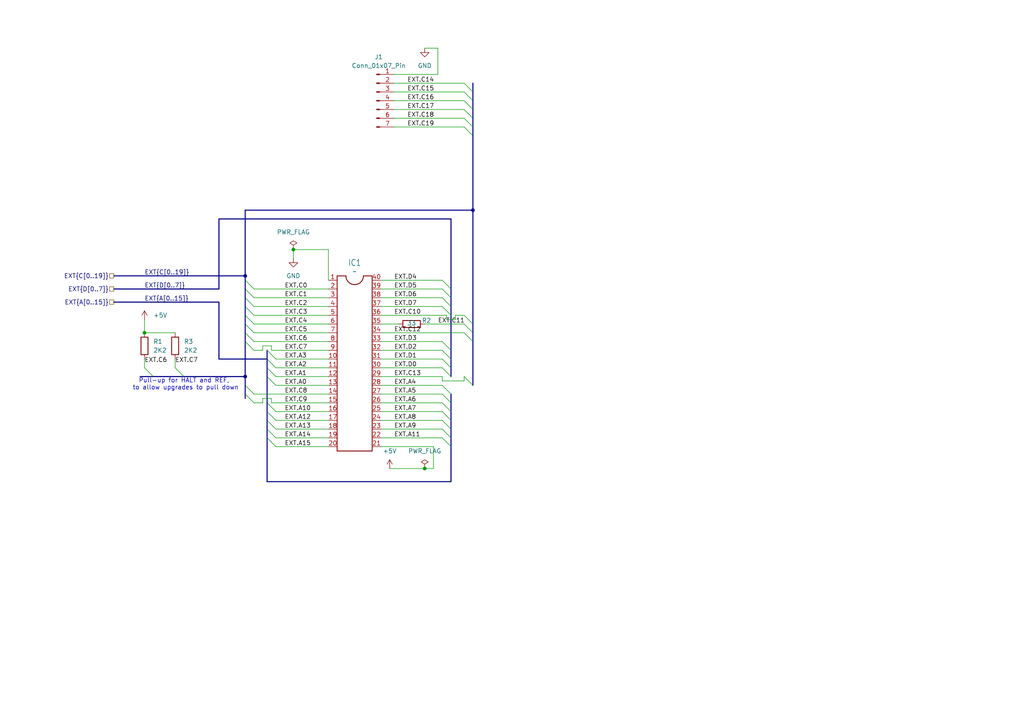
<source format=kicad_sch>
(kicad_sch
	(version 20250114)
	(generator "eeschema")
	(generator_version "9.0")
	(uuid "3e52fe32-0f8d-444f-8a4c-71cf9324a62d")
	(paper "A4")
	(lib_symbols
		(symbol "Connector:Conn_01x07_Pin"
			(pin_names
				(offset 1.016)
				(hide yes)
			)
			(exclude_from_sim no)
			(in_bom yes)
			(on_board yes)
			(property "Reference" "J"
				(at 0 10.16 0)
				(effects
					(font
						(size 1.27 1.27)
					)
				)
			)
			(property "Value" "Conn_01x07_Pin"
				(at 0 -10.16 0)
				(effects
					(font
						(size 1.27 1.27)
					)
				)
			)
			(property "Footprint" ""
				(at 0 0 0)
				(effects
					(font
						(size 1.27 1.27)
					)
					(hide yes)
				)
			)
			(property "Datasheet" "~"
				(at 0 0 0)
				(effects
					(font
						(size 1.27 1.27)
					)
					(hide yes)
				)
			)
			(property "Description" "Generic connector, single row, 01x07, script generated"
				(at 0 0 0)
				(effects
					(font
						(size 1.27 1.27)
					)
					(hide yes)
				)
			)
			(property "ki_locked" ""
				(at 0 0 0)
				(effects
					(font
						(size 1.27 1.27)
					)
				)
			)
			(property "ki_keywords" "connector"
				(at 0 0 0)
				(effects
					(font
						(size 1.27 1.27)
					)
					(hide yes)
				)
			)
			(property "ki_fp_filters" "Connector*:*_1x??_*"
				(at 0 0 0)
				(effects
					(font
						(size 1.27 1.27)
					)
					(hide yes)
				)
			)
			(symbol "Conn_01x07_Pin_1_1"
				(rectangle
					(start 0.8636 7.747)
					(end 0 7.493)
					(stroke
						(width 0.1524)
						(type default)
					)
					(fill
						(type outline)
					)
				)
				(rectangle
					(start 0.8636 5.207)
					(end 0 4.953)
					(stroke
						(width 0.1524)
						(type default)
					)
					(fill
						(type outline)
					)
				)
				(rectangle
					(start 0.8636 2.667)
					(end 0 2.413)
					(stroke
						(width 0.1524)
						(type default)
					)
					(fill
						(type outline)
					)
				)
				(rectangle
					(start 0.8636 0.127)
					(end 0 -0.127)
					(stroke
						(width 0.1524)
						(type default)
					)
					(fill
						(type outline)
					)
				)
				(rectangle
					(start 0.8636 -2.413)
					(end 0 -2.667)
					(stroke
						(width 0.1524)
						(type default)
					)
					(fill
						(type outline)
					)
				)
				(rectangle
					(start 0.8636 -4.953)
					(end 0 -5.207)
					(stroke
						(width 0.1524)
						(type default)
					)
					(fill
						(type outline)
					)
				)
				(rectangle
					(start 0.8636 -7.493)
					(end 0 -7.747)
					(stroke
						(width 0.1524)
						(type default)
					)
					(fill
						(type outline)
					)
				)
				(polyline
					(pts
						(xy 1.27 7.62) (xy 0.8636 7.62)
					)
					(stroke
						(width 0.1524)
						(type default)
					)
					(fill
						(type none)
					)
				)
				(polyline
					(pts
						(xy 1.27 5.08) (xy 0.8636 5.08)
					)
					(stroke
						(width 0.1524)
						(type default)
					)
					(fill
						(type none)
					)
				)
				(polyline
					(pts
						(xy 1.27 2.54) (xy 0.8636 2.54)
					)
					(stroke
						(width 0.1524)
						(type default)
					)
					(fill
						(type none)
					)
				)
				(polyline
					(pts
						(xy 1.27 0) (xy 0.8636 0)
					)
					(stroke
						(width 0.1524)
						(type default)
					)
					(fill
						(type none)
					)
				)
				(polyline
					(pts
						(xy 1.27 -2.54) (xy 0.8636 -2.54)
					)
					(stroke
						(width 0.1524)
						(type default)
					)
					(fill
						(type none)
					)
				)
				(polyline
					(pts
						(xy 1.27 -5.08) (xy 0.8636 -5.08)
					)
					(stroke
						(width 0.1524)
						(type default)
					)
					(fill
						(type none)
					)
				)
				(polyline
					(pts
						(xy 1.27 -7.62) (xy 0.8636 -7.62)
					)
					(stroke
						(width 0.1524)
						(type default)
					)
					(fill
						(type none)
					)
				)
				(pin passive line
					(at 5.08 7.62 180)
					(length 3.81)
					(name "Pin_1"
						(effects
							(font
								(size 1.27 1.27)
							)
						)
					)
					(number "1"
						(effects
							(font
								(size 1.27 1.27)
							)
						)
					)
				)
				(pin passive line
					(at 5.08 5.08 180)
					(length 3.81)
					(name "Pin_2"
						(effects
							(font
								(size 1.27 1.27)
							)
						)
					)
					(number "2"
						(effects
							(font
								(size 1.27 1.27)
							)
						)
					)
				)
				(pin passive line
					(at 5.08 2.54 180)
					(length 3.81)
					(name "Pin_3"
						(effects
							(font
								(size 1.27 1.27)
							)
						)
					)
					(number "3"
						(effects
							(font
								(size 1.27 1.27)
							)
						)
					)
				)
				(pin passive line
					(at 5.08 0 180)
					(length 3.81)
					(name "Pin_4"
						(effects
							(font
								(size 1.27 1.27)
							)
						)
					)
					(number "4"
						(effects
							(font
								(size 1.27 1.27)
							)
						)
					)
				)
				(pin passive line
					(at 5.08 -2.54 180)
					(length 3.81)
					(name "Pin_5"
						(effects
							(font
								(size 1.27 1.27)
							)
						)
					)
					(number "5"
						(effects
							(font
								(size 1.27 1.27)
							)
						)
					)
				)
				(pin passive line
					(at 5.08 -5.08 180)
					(length 3.81)
					(name "Pin_6"
						(effects
							(font
								(size 1.27 1.27)
							)
						)
					)
					(number "6"
						(effects
							(font
								(size 1.27 1.27)
							)
						)
					)
				)
				(pin passive line
					(at 5.08 -7.62 180)
					(length 3.81)
					(name "Pin_7"
						(effects
							(font
								(size 1.27 1.27)
							)
						)
					)
					(number "7"
						(effects
							(font
								(size 1.27 1.27)
							)
						)
					)
				)
			)
			(embedded_fonts no)
		)
		(symbol "Device:R"
			(pin_numbers
				(hide yes)
			)
			(pin_names
				(offset 0)
			)
			(exclude_from_sim no)
			(in_bom yes)
			(on_board yes)
			(property "Reference" "R"
				(at 2.032 0 90)
				(effects
					(font
						(size 1.27 1.27)
					)
				)
			)
			(property "Value" "R"
				(at 0 0 90)
				(effects
					(font
						(size 1.27 1.27)
					)
				)
			)
			(property "Footprint" ""
				(at -1.778 0 90)
				(effects
					(font
						(size 1.27 1.27)
					)
					(hide yes)
				)
			)
			(property "Datasheet" "~"
				(at 0 0 0)
				(effects
					(font
						(size 1.27 1.27)
					)
					(hide yes)
				)
			)
			(property "Description" "Resistor"
				(at 0 0 0)
				(effects
					(font
						(size 1.27 1.27)
					)
					(hide yes)
				)
			)
			(property "ki_keywords" "R res resistor"
				(at 0 0 0)
				(effects
					(font
						(size 1.27 1.27)
					)
					(hide yes)
				)
			)
			(property "ki_fp_filters" "R_*"
				(at 0 0 0)
				(effects
					(font
						(size 1.27 1.27)
					)
					(hide yes)
				)
			)
			(symbol "R_0_1"
				(rectangle
					(start -1.016 -2.54)
					(end 1.016 2.54)
					(stroke
						(width 0.254)
						(type default)
					)
					(fill
						(type none)
					)
				)
			)
			(symbol "R_1_1"
				(pin passive line
					(at 0 3.81 270)
					(length 1.27)
					(name "~"
						(effects
							(font
								(size 1.27 1.27)
							)
						)
					)
					(number "1"
						(effects
							(font
								(size 1.27 1.27)
							)
						)
					)
				)
				(pin passive line
					(at 0 -3.81 90)
					(length 1.27)
					(name "~"
						(effects
							(font
								(size 1.27 1.27)
							)
						)
					)
					(number "2"
						(effects
							(font
								(size 1.27 1.27)
							)
						)
					)
				)
			)
			(embedded_fonts no)
		)
		(symbol "ic-package:DIL40"
			(exclude_from_sim no)
			(in_bom yes)
			(on_board yes)
			(property "Reference" "IC"
				(at -4.445 24.765 0)
				(effects
					(font
						(size 1.778 1.5113)
					)
					(justify left bottom)
				)
			)
			(property "Value" ""
				(at -4.445 -29.21 0)
				(effects
					(font
						(size 1.778 1.5113)
					)
					(justify left bottom)
				)
			)
			(property "Footprint" "ic-package:DIL40"
				(at 0 0 0)
				(effects
					(font
						(size 1.27 1.27)
					)
					(hide yes)
				)
			)
			(property "Datasheet" ""
				(at 0 0 0)
				(effects
					(font
						(size 1.27 1.27)
					)
					(hide yes)
				)
			)
			(property "Description" "Dual In Line"
				(at 0 0 0)
				(effects
					(font
						(size 1.27 1.27)
					)
					(hide yes)
				)
			)
			(property "ki_locked" ""
				(at 0 0 0)
				(effects
					(font
						(size 1.27 1.27)
					)
				)
			)
			(symbol "DIL40_1_0"
				(polyline
					(pts
						(xy -5.08 24.13) (xy -5.08 -26.67)
					)
					(stroke
						(width 0.254)
						(type solid)
					)
					(fill
						(type none)
					)
				)
				(polyline
					(pts
						(xy -5.08 24.13) (xy -2.54 24.13)
					)
					(stroke
						(width 0.254)
						(type solid)
					)
					(fill
						(type none)
					)
				)
				(polyline
					(pts
						(xy -5.08 -26.67) (xy 5.08 -26.67)
					)
					(stroke
						(width 0.254)
						(type solid)
					)
					(fill
						(type none)
					)
				)
				(arc
					(start 2.54 24.13)
					(mid 0 21.59)
					(end -2.54 24.13)
					(stroke
						(width 0.254)
						(type solid)
					)
					(fill
						(type none)
					)
				)
				(polyline
					(pts
						(xy 5.08 24.13) (xy 2.54 24.13)
					)
					(stroke
						(width 0.254)
						(type solid)
					)
					(fill
						(type none)
					)
				)
				(polyline
					(pts
						(xy 5.08 -26.67) (xy 5.08 24.13)
					)
					(stroke
						(width 0.254)
						(type solid)
					)
					(fill
						(type none)
					)
				)
				(pin passive line
					(at -7.62 22.86 0)
					(length 2.54)
					(name "1"
						(effects
							(font
								(size 0 0)
							)
						)
					)
					(number "1"
						(effects
							(font
								(size 1.27 1.27)
							)
						)
					)
				)
				(pin passive line
					(at -7.62 20.32 0)
					(length 2.54)
					(name "2"
						(effects
							(font
								(size 0 0)
							)
						)
					)
					(number "2"
						(effects
							(font
								(size 1.27 1.27)
							)
						)
					)
				)
				(pin passive line
					(at -7.62 17.78 0)
					(length 2.54)
					(name "3"
						(effects
							(font
								(size 0 0)
							)
						)
					)
					(number "3"
						(effects
							(font
								(size 1.27 1.27)
							)
						)
					)
				)
				(pin passive line
					(at -7.62 15.24 0)
					(length 2.54)
					(name "4"
						(effects
							(font
								(size 0 0)
							)
						)
					)
					(number "4"
						(effects
							(font
								(size 1.27 1.27)
							)
						)
					)
				)
				(pin passive line
					(at -7.62 12.7 0)
					(length 2.54)
					(name "5"
						(effects
							(font
								(size 0 0)
							)
						)
					)
					(number "5"
						(effects
							(font
								(size 1.27 1.27)
							)
						)
					)
				)
				(pin passive line
					(at -7.62 10.16 0)
					(length 2.54)
					(name "6"
						(effects
							(font
								(size 0 0)
							)
						)
					)
					(number "6"
						(effects
							(font
								(size 1.27 1.27)
							)
						)
					)
				)
				(pin passive line
					(at -7.62 7.62 0)
					(length 2.54)
					(name "7"
						(effects
							(font
								(size 0 0)
							)
						)
					)
					(number "7"
						(effects
							(font
								(size 1.27 1.27)
							)
						)
					)
				)
				(pin passive line
					(at -7.62 5.08 0)
					(length 2.54)
					(name "8"
						(effects
							(font
								(size 0 0)
							)
						)
					)
					(number "8"
						(effects
							(font
								(size 1.27 1.27)
							)
						)
					)
				)
				(pin passive line
					(at -7.62 2.54 0)
					(length 2.54)
					(name "9"
						(effects
							(font
								(size 0 0)
							)
						)
					)
					(number "9"
						(effects
							(font
								(size 1.27 1.27)
							)
						)
					)
				)
				(pin passive line
					(at -7.62 0 0)
					(length 2.54)
					(name "10"
						(effects
							(font
								(size 0 0)
							)
						)
					)
					(number "10"
						(effects
							(font
								(size 1.27 1.27)
							)
						)
					)
				)
				(pin passive line
					(at -7.62 -2.54 0)
					(length 2.54)
					(name "11"
						(effects
							(font
								(size 0 0)
							)
						)
					)
					(number "11"
						(effects
							(font
								(size 1.27 1.27)
							)
						)
					)
				)
				(pin passive line
					(at -7.62 -5.08 0)
					(length 2.54)
					(name "12"
						(effects
							(font
								(size 0 0)
							)
						)
					)
					(number "12"
						(effects
							(font
								(size 1.27 1.27)
							)
						)
					)
				)
				(pin passive line
					(at -7.62 -7.62 0)
					(length 2.54)
					(name "13"
						(effects
							(font
								(size 0 0)
							)
						)
					)
					(number "13"
						(effects
							(font
								(size 1.27 1.27)
							)
						)
					)
				)
				(pin passive line
					(at -7.62 -10.16 0)
					(length 2.54)
					(name "14"
						(effects
							(font
								(size 0 0)
							)
						)
					)
					(number "14"
						(effects
							(font
								(size 1.27 1.27)
							)
						)
					)
				)
				(pin passive line
					(at -7.62 -12.7 0)
					(length 2.54)
					(name "15"
						(effects
							(font
								(size 0 0)
							)
						)
					)
					(number "15"
						(effects
							(font
								(size 1.27 1.27)
							)
						)
					)
				)
				(pin passive line
					(at -7.62 -15.24 0)
					(length 2.54)
					(name "16"
						(effects
							(font
								(size 0 0)
							)
						)
					)
					(number "16"
						(effects
							(font
								(size 1.27 1.27)
							)
						)
					)
				)
				(pin passive line
					(at -7.62 -17.78 0)
					(length 2.54)
					(name "17"
						(effects
							(font
								(size 0 0)
							)
						)
					)
					(number "17"
						(effects
							(font
								(size 1.27 1.27)
							)
						)
					)
				)
				(pin passive line
					(at -7.62 -20.32 0)
					(length 2.54)
					(name "18"
						(effects
							(font
								(size 0 0)
							)
						)
					)
					(number "18"
						(effects
							(font
								(size 1.27 1.27)
							)
						)
					)
				)
				(pin passive line
					(at -7.62 -22.86 0)
					(length 2.54)
					(name "19"
						(effects
							(font
								(size 0 0)
							)
						)
					)
					(number "19"
						(effects
							(font
								(size 1.27 1.27)
							)
						)
					)
				)
				(pin passive line
					(at -7.62 -25.4 0)
					(length 2.54)
					(name "20"
						(effects
							(font
								(size 0 0)
							)
						)
					)
					(number "20"
						(effects
							(font
								(size 1.27 1.27)
							)
						)
					)
				)
				(pin passive line
					(at 7.62 22.86 180)
					(length 2.54)
					(name "40"
						(effects
							(font
								(size 0 0)
							)
						)
					)
					(number "40"
						(effects
							(font
								(size 1.27 1.27)
							)
						)
					)
				)
				(pin passive line
					(at 7.62 20.32 180)
					(length 2.54)
					(name "39"
						(effects
							(font
								(size 0 0)
							)
						)
					)
					(number "39"
						(effects
							(font
								(size 1.27 1.27)
							)
						)
					)
				)
				(pin passive line
					(at 7.62 17.78 180)
					(length 2.54)
					(name "38"
						(effects
							(font
								(size 0 0)
							)
						)
					)
					(number "38"
						(effects
							(font
								(size 1.27 1.27)
							)
						)
					)
				)
				(pin passive line
					(at 7.62 15.24 180)
					(length 2.54)
					(name "37"
						(effects
							(font
								(size 0 0)
							)
						)
					)
					(number "37"
						(effects
							(font
								(size 1.27 1.27)
							)
						)
					)
				)
				(pin passive line
					(at 7.62 12.7 180)
					(length 2.54)
					(name "36"
						(effects
							(font
								(size 0 0)
							)
						)
					)
					(number "36"
						(effects
							(font
								(size 1.27 1.27)
							)
						)
					)
				)
				(pin passive line
					(at 7.62 10.16 180)
					(length 2.54)
					(name "35"
						(effects
							(font
								(size 0 0)
							)
						)
					)
					(number "35"
						(effects
							(font
								(size 1.27 1.27)
							)
						)
					)
				)
				(pin passive line
					(at 7.62 7.62 180)
					(length 2.54)
					(name "34"
						(effects
							(font
								(size 0 0)
							)
						)
					)
					(number "34"
						(effects
							(font
								(size 1.27 1.27)
							)
						)
					)
				)
				(pin passive line
					(at 7.62 5.08 180)
					(length 2.54)
					(name "33"
						(effects
							(font
								(size 0 0)
							)
						)
					)
					(number "33"
						(effects
							(font
								(size 1.27 1.27)
							)
						)
					)
				)
				(pin passive line
					(at 7.62 2.54 180)
					(length 2.54)
					(name "32"
						(effects
							(font
								(size 0 0)
							)
						)
					)
					(number "32"
						(effects
							(font
								(size 1.27 1.27)
							)
						)
					)
				)
				(pin passive line
					(at 7.62 0 180)
					(length 2.54)
					(name "31"
						(effects
							(font
								(size 0 0)
							)
						)
					)
					(number "31"
						(effects
							(font
								(size 1.27 1.27)
							)
						)
					)
				)
				(pin passive line
					(at 7.62 -2.54 180)
					(length 2.54)
					(name "30"
						(effects
							(font
								(size 0 0)
							)
						)
					)
					(number "30"
						(effects
							(font
								(size 1.27 1.27)
							)
						)
					)
				)
				(pin passive line
					(at 7.62 -5.08 180)
					(length 2.54)
					(name "29"
						(effects
							(font
								(size 0 0)
							)
						)
					)
					(number "29"
						(effects
							(font
								(size 1.27 1.27)
							)
						)
					)
				)
				(pin passive line
					(at 7.62 -7.62 180)
					(length 2.54)
					(name "28"
						(effects
							(font
								(size 0 0)
							)
						)
					)
					(number "28"
						(effects
							(font
								(size 1.27 1.27)
							)
						)
					)
				)
				(pin passive line
					(at 7.62 -10.16 180)
					(length 2.54)
					(name "27"
						(effects
							(font
								(size 0 0)
							)
						)
					)
					(number "27"
						(effects
							(font
								(size 1.27 1.27)
							)
						)
					)
				)
				(pin passive line
					(at 7.62 -12.7 180)
					(length 2.54)
					(name "26"
						(effects
							(font
								(size 0 0)
							)
						)
					)
					(number "26"
						(effects
							(font
								(size 1.27 1.27)
							)
						)
					)
				)
				(pin passive line
					(at 7.62 -15.24 180)
					(length 2.54)
					(name "25"
						(effects
							(font
								(size 0 0)
							)
						)
					)
					(number "25"
						(effects
							(font
								(size 1.27 1.27)
							)
						)
					)
				)
				(pin passive line
					(at 7.62 -17.78 180)
					(length 2.54)
					(name "24"
						(effects
							(font
								(size 0 0)
							)
						)
					)
					(number "24"
						(effects
							(font
								(size 1.27 1.27)
							)
						)
					)
				)
				(pin passive line
					(at 7.62 -20.32 180)
					(length 2.54)
					(name "23"
						(effects
							(font
								(size 0 0)
							)
						)
					)
					(number "23"
						(effects
							(font
								(size 1.27 1.27)
							)
						)
					)
				)
				(pin passive line
					(at 7.62 -22.86 180)
					(length 2.54)
					(name "22"
						(effects
							(font
								(size 0 0)
							)
						)
					)
					(number "22"
						(effects
							(font
								(size 1.27 1.27)
							)
						)
					)
				)
				(pin passive line
					(at 7.62 -25.4 180)
					(length 2.54)
					(name "21"
						(effects
							(font
								(size 0 0)
							)
						)
					)
					(number "21"
						(effects
							(font
								(size 1.27 1.27)
							)
						)
					)
				)
			)
			(embedded_fonts no)
		)
		(symbol "power:+3V3"
			(power)
			(pin_numbers
				(hide yes)
			)
			(pin_names
				(offset 0)
				(hide yes)
			)
			(exclude_from_sim no)
			(in_bom yes)
			(on_board yes)
			(property "Reference" "#PWR"
				(at 0 -3.81 0)
				(effects
					(font
						(size 1.27 1.27)
					)
					(hide yes)
				)
			)
			(property "Value" "+3V3"
				(at 0 3.556 0)
				(effects
					(font
						(size 1.27 1.27)
					)
				)
			)
			(property "Footprint" ""
				(at 0 0 0)
				(effects
					(font
						(size 1.27 1.27)
					)
					(hide yes)
				)
			)
			(property "Datasheet" ""
				(at 0 0 0)
				(effects
					(font
						(size 1.27 1.27)
					)
					(hide yes)
				)
			)
			(property "Description" "Power symbol creates a global label with name \"+3V3\""
				(at 0 0 0)
				(effects
					(font
						(size 1.27 1.27)
					)
					(hide yes)
				)
			)
			(property "ki_keywords" "global power"
				(at 0 0 0)
				(effects
					(font
						(size 1.27 1.27)
					)
					(hide yes)
				)
			)
			(symbol "+3V3_0_1"
				(polyline
					(pts
						(xy -0.762 1.27) (xy 0 2.54)
					)
					(stroke
						(width 0)
						(type default)
					)
					(fill
						(type none)
					)
				)
				(polyline
					(pts
						(xy 0 2.54) (xy 0.762 1.27)
					)
					(stroke
						(width 0)
						(type default)
					)
					(fill
						(type none)
					)
				)
				(polyline
					(pts
						(xy 0 0) (xy 0 2.54)
					)
					(stroke
						(width 0)
						(type default)
					)
					(fill
						(type none)
					)
				)
			)
			(symbol "+3V3_1_1"
				(pin power_in line
					(at 0 0 90)
					(length 0)
					(name "~"
						(effects
							(font
								(size 1.27 1.27)
							)
						)
					)
					(number "1"
						(effects
							(font
								(size 1.27 1.27)
							)
						)
					)
				)
			)
			(embedded_fonts no)
		)
		(symbol "power:+5V"
			(power)
			(pin_numbers
				(hide yes)
			)
			(pin_names
				(offset 0)
				(hide yes)
			)
			(exclude_from_sim no)
			(in_bom yes)
			(on_board yes)
			(property "Reference" "#PWR"
				(at 0 -3.81 0)
				(effects
					(font
						(size 1.27 1.27)
					)
					(hide yes)
				)
			)
			(property "Value" "+5V"
				(at 0 3.556 0)
				(effects
					(font
						(size 1.27 1.27)
					)
				)
			)
			(property "Footprint" ""
				(at 0 0 0)
				(effects
					(font
						(size 1.27 1.27)
					)
					(hide yes)
				)
			)
			(property "Datasheet" ""
				(at 0 0 0)
				(effects
					(font
						(size 1.27 1.27)
					)
					(hide yes)
				)
			)
			(property "Description" "Power symbol creates a global label with name \"+5V\""
				(at 0 0 0)
				(effects
					(font
						(size 1.27 1.27)
					)
					(hide yes)
				)
			)
			(property "ki_keywords" "global power"
				(at 0 0 0)
				(effects
					(font
						(size 1.27 1.27)
					)
					(hide yes)
				)
			)
			(symbol "+5V_0_1"
				(polyline
					(pts
						(xy -0.762 1.27) (xy 0 2.54)
					)
					(stroke
						(width 0)
						(type default)
					)
					(fill
						(type none)
					)
				)
				(polyline
					(pts
						(xy 0 2.54) (xy 0.762 1.27)
					)
					(stroke
						(width 0)
						(type default)
					)
					(fill
						(type none)
					)
				)
				(polyline
					(pts
						(xy 0 0) (xy 0 2.54)
					)
					(stroke
						(width 0)
						(type default)
					)
					(fill
						(type none)
					)
				)
			)
			(symbol "+5V_1_1"
				(pin power_in line
					(at 0 0 90)
					(length 0)
					(name "~"
						(effects
							(font
								(size 1.27 1.27)
							)
						)
					)
					(number "1"
						(effects
							(font
								(size 1.27 1.27)
							)
						)
					)
				)
			)
			(embedded_fonts no)
		)
		(symbol "power:GND"
			(power)
			(pin_numbers
				(hide yes)
			)
			(pin_names
				(offset 0)
				(hide yes)
			)
			(exclude_from_sim no)
			(in_bom yes)
			(on_board yes)
			(property "Reference" "#PWR"
				(at 0 -6.35 0)
				(effects
					(font
						(size 1.27 1.27)
					)
					(hide yes)
				)
			)
			(property "Value" "GND"
				(at 0 -3.81 0)
				(effects
					(font
						(size 1.27 1.27)
					)
				)
			)
			(property "Footprint" ""
				(at 0 0 0)
				(effects
					(font
						(size 1.27 1.27)
					)
					(hide yes)
				)
			)
			(property "Datasheet" ""
				(at 0 0 0)
				(effects
					(font
						(size 1.27 1.27)
					)
					(hide yes)
				)
			)
			(property "Description" "Power symbol creates a global label with name \"GND\" , ground"
				(at 0 0 0)
				(effects
					(font
						(size 1.27 1.27)
					)
					(hide yes)
				)
			)
			(property "ki_keywords" "global power"
				(at 0 0 0)
				(effects
					(font
						(size 1.27 1.27)
					)
					(hide yes)
				)
			)
			(symbol "GND_0_1"
				(polyline
					(pts
						(xy 0 0) (xy 0 -1.27) (xy 1.27 -1.27) (xy 0 -2.54) (xy -1.27 -1.27) (xy 0 -1.27)
					)
					(stroke
						(width 0)
						(type default)
					)
					(fill
						(type none)
					)
				)
			)
			(symbol "GND_1_1"
				(pin power_in line
					(at 0 0 270)
					(length 0)
					(name "~"
						(effects
							(font
								(size 1.27 1.27)
							)
						)
					)
					(number "1"
						(effects
							(font
								(size 1.27 1.27)
							)
						)
					)
				)
			)
			(embedded_fonts no)
		)
		(symbol "power:PWR_FLAG"
			(power)
			(pin_numbers
				(hide yes)
			)
			(pin_names
				(offset 0)
				(hide yes)
			)
			(exclude_from_sim no)
			(in_bom yes)
			(on_board yes)
			(property "Reference" "#FLG"
				(at 0 1.905 0)
				(effects
					(font
						(size 1.27 1.27)
					)
					(hide yes)
				)
			)
			(property "Value" "PWR_FLAG"
				(at 0 3.81 0)
				(effects
					(font
						(size 1.27 1.27)
					)
				)
			)
			(property "Footprint" ""
				(at 0 0 0)
				(effects
					(font
						(size 1.27 1.27)
					)
					(hide yes)
				)
			)
			(property "Datasheet" "~"
				(at 0 0 0)
				(effects
					(font
						(size 1.27 1.27)
					)
					(hide yes)
				)
			)
			(property "Description" "Special symbol for telling ERC where power comes from"
				(at 0 0 0)
				(effects
					(font
						(size 1.27 1.27)
					)
					(hide yes)
				)
			)
			(property "ki_keywords" "flag power"
				(at 0 0 0)
				(effects
					(font
						(size 1.27 1.27)
					)
					(hide yes)
				)
			)
			(symbol "PWR_FLAG_0_0"
				(pin power_out line
					(at 0 0 90)
					(length 0)
					(name "~"
						(effects
							(font
								(size 1.27 1.27)
							)
						)
					)
					(number "1"
						(effects
							(font
								(size 1.27 1.27)
							)
						)
					)
				)
			)
			(symbol "PWR_FLAG_0_1"
				(polyline
					(pts
						(xy 0 0) (xy 0 1.27) (xy -1.016 1.905) (xy 0 2.54) (xy 1.016 1.905) (xy 0 1.27)
					)
					(stroke
						(width 0)
						(type default)
					)
					(fill
						(type none)
					)
				)
			)
			(embedded_fonts no)
		)
	)
	(text "Pull-up for HALT and REF, \nto allow upgrades to pull down\n"
		(exclude_from_sim no)
		(at 53.848 111.506 0)
		(effects
			(font
				(size 1.27 1.27)
			)
		)
		(uuid "dd711bc7-b357-4250-81c5-443cdd39c2ab")
	)
	(junction
		(at 85.09 72.39)
		(diameter 0)
		(color 0 0 0 0)
		(uuid "1ed64289-6c81-40b0-933e-0fa754e83a14")
	)
	(junction
		(at 71.12 80.01)
		(diameter 0)
		(color 0 0 0 0)
		(uuid "21002793-36d9-455f-a44a-ff373b57be56")
	)
	(junction
		(at 71.12 109.22)
		(diameter 0)
		(color 0 0 0 0)
		(uuid "2c036cff-c9ea-49b1-a1eb-3018c186a90e")
	)
	(junction
		(at 41.91 96.52)
		(diameter 0)
		(color 0 0 0 0)
		(uuid "7c0cf131-7f46-4611-bbc7-22ab7fb1f834")
	)
	(junction
		(at 137.16 60.96)
		(diameter 0)
		(color 0 0 0 0)
		(uuid "a745325e-cc59-470a-bb67-944e1ccb9ade")
	)
	(junction
		(at 123.19 135.89)
		(diameter 0)
		(color 0 0 0 0)
		(uuid "acbbad09-6cb9-4d52-8d29-e9bfc9d29f5f")
	)
	(bus_entry
		(at 128.27 111.76)
		(size 2.54 2.54)
		(stroke
			(width 0)
			(type default)
		)
		(uuid "01550ecf-2fee-4f62-bc62-c53f78457cf1")
	)
	(bus_entry
		(at 134.62 26.67)
		(size 2.54 2.54)
		(stroke
			(width 0)
			(type default)
		)
		(uuid "07042b6e-c760-483a-82b3-06bb23f508e5")
	)
	(bus_entry
		(at 50.8 106.68)
		(size 2.54 2.54)
		(stroke
			(width 0)
			(type default)
		)
		(uuid "0997a21f-c1bb-4167-841d-a0972d940f2e")
	)
	(bus_entry
		(at 134.62 31.75)
		(size 2.54 2.54)
		(stroke
			(width 0)
			(type default)
		)
		(uuid "0ddeb193-e508-4d01-bb92-8fe851d97297")
	)
	(bus_entry
		(at 71.12 111.76)
		(size 2.54 2.54)
		(stroke
			(width 0)
			(type default)
		)
		(uuid "10f3a0ec-3427-4890-a59d-1311828a5df5")
	)
	(bus_entry
		(at 71.12 99.06)
		(size 2.54 2.54)
		(stroke
			(width 0)
			(type default)
		)
		(uuid "1d76c8dc-e27d-4f58-9bb9-8c8d2d525f12")
	)
	(bus_entry
		(at 41.91 106.68)
		(size 2.54 2.54)
		(stroke
			(width 0)
			(type default)
		)
		(uuid "22b0ce90-c124-4b1f-a5a5-0e4ac1bce625")
	)
	(bus_entry
		(at 128.27 86.36)
		(size 2.54 2.54)
		(stroke
			(width 0)
			(type default)
		)
		(uuid "24fcdbdc-707d-4d51-9b26-36e6b801b499")
	)
	(bus_entry
		(at 128.27 101.6)
		(size 2.54 2.54)
		(stroke
			(width 0)
			(type default)
		)
		(uuid "2b17cc00-6775-4f69-a8cf-e24ac3b6765e")
	)
	(bus_entry
		(at 128.27 83.82)
		(size 2.54 2.54)
		(stroke
			(width 0)
			(type default)
		)
		(uuid "31c64ffb-d63c-47b8-bbf7-ff953bd92525")
	)
	(bus_entry
		(at 128.27 106.68)
		(size 2.54 2.54)
		(stroke
			(width 0)
			(type default)
		)
		(uuid "3b8cb0be-06db-45f6-bb1b-6d9557146c1a")
	)
	(bus_entry
		(at 77.47 106.68)
		(size 2.54 2.54)
		(stroke
			(width 0)
			(type default)
		)
		(uuid "479921b4-6b83-4a7f-a2df-b86dd8f21bde")
	)
	(bus_entry
		(at 71.12 88.9)
		(size 2.54 2.54)
		(stroke
			(width 0)
			(type default)
		)
		(uuid "4ea04ff0-4316-4eab-964d-3968b90ca8a9")
	)
	(bus_entry
		(at 77.47 127)
		(size 2.54 2.54)
		(stroke
			(width 0)
			(type default)
		)
		(uuid "51e0830a-7d0b-431f-83f1-7c2bd6782db3")
	)
	(bus_entry
		(at 128.27 104.14)
		(size 2.54 2.54)
		(stroke
			(width 0)
			(type default)
		)
		(uuid "53953832-283c-4380-a794-dac13787b776")
	)
	(bus_entry
		(at 128.27 116.84)
		(size 2.54 2.54)
		(stroke
			(width 0)
			(type default)
		)
		(uuid "597d3010-c17a-4405-b6f7-cab47f301f3f")
	)
	(bus_entry
		(at 134.62 93.98)
		(size 2.54 2.54)
		(stroke
			(width 0)
			(type default)
		)
		(uuid "64845780-7bad-44d8-97d0-ec3b471a012f")
	)
	(bus_entry
		(at 77.47 104.14)
		(size 2.54 2.54)
		(stroke
			(width 0)
			(type default)
		)
		(uuid "664a5090-4e4a-4859-b09c-0c195705e1db")
	)
	(bus_entry
		(at 134.62 91.44)
		(size 2.54 2.54)
		(stroke
			(width 0)
			(type default)
		)
		(uuid "6c789990-d1d9-4b59-a1df-a73a5a9da3bd")
	)
	(bus_entry
		(at 134.62 24.13)
		(size 2.54 2.54)
		(stroke
			(width 0)
			(type default)
		)
		(uuid "6ceeaa4f-f4cf-41d6-a3e3-fa414c7001de")
	)
	(bus_entry
		(at 77.47 124.46)
		(size 2.54 2.54)
		(stroke
			(width 0)
			(type default)
		)
		(uuid "8174c7b5-9c5e-4599-8eea-1c6cf2639d84")
	)
	(bus_entry
		(at 134.62 36.83)
		(size 2.54 2.54)
		(stroke
			(width 0)
			(type default)
		)
		(uuid "8498622c-8ebf-4f46-92ab-6851aeec17b6")
	)
	(bus_entry
		(at 128.27 121.92)
		(size 2.54 2.54)
		(stroke
			(width 0)
			(type default)
		)
		(uuid "8a29b567-ca1f-491d-a30c-df7273cbec4e")
	)
	(bus_entry
		(at 128.27 99.06)
		(size 2.54 2.54)
		(stroke
			(width 0)
			(type default)
		)
		(uuid "8e3c57e6-923c-49e2-9db0-452f1cc8066b")
	)
	(bus_entry
		(at 134.62 34.29)
		(size 2.54 2.54)
		(stroke
			(width 0)
			(type default)
		)
		(uuid "95995063-d667-441d-bcc5-dbff08ec2c33")
	)
	(bus_entry
		(at 77.47 101.6)
		(size 2.54 2.54)
		(stroke
			(width 0)
			(type default)
		)
		(uuid "95b735ed-2025-4577-ad27-f766495fa784")
	)
	(bus_entry
		(at 71.12 91.44)
		(size 2.54 2.54)
		(stroke
			(width 0)
			(type default)
		)
		(uuid "9814f849-c1f2-41f6-b122-07e9aadceec5")
	)
	(bus_entry
		(at 71.12 96.52)
		(size 2.54 2.54)
		(stroke
			(width 0)
			(type default)
		)
		(uuid "9ab7bd61-c834-4043-b4af-be0edabcdead")
	)
	(bus_entry
		(at 77.47 119.38)
		(size 2.54 2.54)
		(stroke
			(width 0)
			(type default)
		)
		(uuid "9fd28fa9-9fc8-496e-8f18-9a68def81039")
	)
	(bus_entry
		(at 71.12 114.3)
		(size 2.54 2.54)
		(stroke
			(width 0)
			(type default)
		)
		(uuid "a199ce56-b249-40ea-9392-2cc86e913d7c")
	)
	(bus_entry
		(at 128.27 127)
		(size 2.54 2.54)
		(stroke
			(width 0)
			(type default)
		)
		(uuid "ac64468d-3b1b-423d-8b21-388b2f5b6a7b")
	)
	(bus_entry
		(at 128.27 119.38)
		(size 2.54 2.54)
		(stroke
			(width 0)
			(type default)
		)
		(uuid "b64ea114-dc5f-43ae-8100-6b5e0df54ed9")
	)
	(bus_entry
		(at 71.12 93.98)
		(size 2.54 2.54)
		(stroke
			(width 0)
			(type default)
		)
		(uuid "b65a206d-1c46-43d8-9c37-972eea81c880")
	)
	(bus_entry
		(at 71.12 83.82)
		(size 2.54 2.54)
		(stroke
			(width 0)
			(type default)
		)
		(uuid "b710d232-67b1-4115-93fb-00dfc413d217")
	)
	(bus_entry
		(at 71.12 86.36)
		(size 2.54 2.54)
		(stroke
			(width 0)
			(type default)
		)
		(uuid "bbabfe11-dcda-44ac-9228-fabb1a5699dc")
	)
	(bus_entry
		(at 128.27 81.28)
		(size 2.54 2.54)
		(stroke
			(width 0)
			(type default)
		)
		(uuid "c4adfa16-651a-4757-8af8-a52aacd3496b")
	)
	(bus_entry
		(at 77.47 116.84)
		(size 2.54 2.54)
		(stroke
			(width 0)
			(type default)
		)
		(uuid "c94d914d-0812-408a-9b83-0335ca1ac13f")
	)
	(bus_entry
		(at 128.27 124.46)
		(size 2.54 2.54)
		(stroke
			(width 0)
			(type default)
		)
		(uuid "cc546775-85bc-4f19-a883-74f1b8c01cb3")
	)
	(bus_entry
		(at 134.62 29.21)
		(size 2.54 2.54)
		(stroke
			(width 0)
			(type default)
		)
		(uuid "ce72ae01-b7f2-44b5-9eda-35f55c1a5a3d")
	)
	(bus_entry
		(at 77.47 121.92)
		(size 2.54 2.54)
		(stroke
			(width 0)
			(type default)
		)
		(uuid "cfedd3d1-7bab-4818-94b5-e0bbc9ae44cc")
	)
	(bus_entry
		(at 71.12 81.28)
		(size 2.54 2.54)
		(stroke
			(width 0)
			(type default)
		)
		(uuid "d059f5a3-14e2-479f-add1-1335b7f66900")
	)
	(bus_entry
		(at 134.62 109.22)
		(size 2.54 2.54)
		(stroke
			(width 0)
			(type default)
		)
		(uuid "e0e74a2f-d154-4943-952d-8d8b5b9210d6")
	)
	(bus_entry
		(at 134.62 96.52)
		(size 2.54 2.54)
		(stroke
			(width 0)
			(type default)
		)
		(uuid "e531ad22-d5be-4454-b24e-ac83d8418cbf")
	)
	(bus_entry
		(at 77.47 109.22)
		(size 2.54 2.54)
		(stroke
			(width 0)
			(type default)
		)
		(uuid "eaa03c3e-fee0-42ec-9b92-9963dfe7cb5b")
	)
	(bus_entry
		(at 128.27 114.3)
		(size 2.54 2.54)
		(stroke
			(width 0)
			(type default)
		)
		(uuid "f2b0b2b7-cc1e-4212-bf59-e697daf72b35")
	)
	(bus_entry
		(at 128.27 88.9)
		(size 2.54 2.54)
		(stroke
			(width 0)
			(type default)
		)
		(uuid "fde710bb-736d-4cbb-bb81-93f24339bfee")
	)
	(bus
		(pts
			(xy 137.16 26.67) (xy 137.16 29.21)
		)
		(stroke
			(width 0)
			(type default)
		)
		(uuid "01543e3b-c77e-4397-bb53-7693fd092a80")
	)
	(bus
		(pts
			(xy 77.47 139.7) (xy 130.81 139.7)
		)
		(stroke
			(width 0)
			(type default)
		)
		(uuid "018f8f59-3817-48a7-80b0-fe4cfe20e9aa")
	)
	(wire
		(pts
			(xy 80.01 109.22) (xy 95.25 109.22)
		)
		(stroke
			(width 0)
			(type default)
		)
		(uuid "0393cfb9-a286-498d-acd1-1935a51821de")
	)
	(wire
		(pts
			(xy 80.01 104.14) (xy 95.25 104.14)
		)
		(stroke
			(width 0)
			(type default)
		)
		(uuid "0555d56c-5373-44aa-be6a-df8f10e1a000")
	)
	(wire
		(pts
			(xy 80.01 127) (xy 95.25 127)
		)
		(stroke
			(width 0)
			(type default)
		)
		(uuid "069627c6-478a-4780-b4b3-dfe63675450b")
	)
	(wire
		(pts
			(xy 85.09 72.39) (xy 85.09 74.93)
		)
		(stroke
			(width 0)
			(type default)
		)
		(uuid "0b1e68fe-6f45-4a8b-9467-5afa2299fc4b")
	)
	(bus
		(pts
			(xy 137.16 93.98) (xy 137.16 96.52)
		)
		(stroke
			(width 0)
			(type default)
		)
		(uuid "0e8d7643-32bd-4bf8-9fa9-45705250ff81")
	)
	(bus
		(pts
			(xy 130.81 88.9) (xy 130.81 91.44)
		)
		(stroke
			(width 0)
			(type default)
		)
		(uuid "0eb8d045-60f5-436b-8f62-670c5d94a409")
	)
	(bus
		(pts
			(xy 137.16 34.29) (xy 137.16 36.83)
		)
		(stroke
			(width 0)
			(type default)
		)
		(uuid "0f0987e7-2d29-401f-b102-b34ebabdf3ea")
	)
	(bus
		(pts
			(xy 77.47 124.46) (xy 77.47 127)
		)
		(stroke
			(width 0)
			(type default)
		)
		(uuid "118d2041-d8d0-4630-ab3d-6ad3508e877a")
	)
	(wire
		(pts
			(xy 73.66 86.36) (xy 95.25 86.36)
		)
		(stroke
			(width 0)
			(type default)
		)
		(uuid "12033116-d9e7-4f6d-abdb-1e6549e3b3b4")
	)
	(wire
		(pts
			(xy 41.91 96.52) (xy 50.8 96.52)
		)
		(stroke
			(width 0)
			(type default)
		)
		(uuid "1486b59d-0393-460a-a8ea-13f085c271f1")
	)
	(wire
		(pts
			(xy 128.27 109.22) (xy 128.27 110.49)
		)
		(stroke
			(width 0)
			(type default)
		)
		(uuid "15f22a24-38dc-403f-a06d-fac8cb1ad200")
	)
	(wire
		(pts
			(xy 95.25 81.28) (xy 95.25 72.39)
		)
		(stroke
			(width 0)
			(type default)
		)
		(uuid "16c1d50b-b7cb-403e-be4b-3e8e2f0e6c06")
	)
	(wire
		(pts
			(xy 110.49 104.14) (xy 128.27 104.14)
		)
		(stroke
			(width 0)
			(type default)
		)
		(uuid "17eadfeb-bba1-42e5-9d27-304bdd95f0b8")
	)
	(wire
		(pts
			(xy 127 21.59) (xy 127 13.97)
		)
		(stroke
			(width 0)
			(type default)
		)
		(uuid "18f66858-ea82-47ae-918c-a9a9054466d9")
	)
	(bus
		(pts
			(xy 137.16 31.75) (xy 137.16 34.29)
		)
		(stroke
			(width 0)
			(type default)
		)
		(uuid "1cbbc072-0ced-4771-91f2-8a11da236581")
	)
	(bus
		(pts
			(xy 71.12 99.06) (xy 71.12 109.22)
		)
		(stroke
			(width 0)
			(type default)
		)
		(uuid "1ece2913-7832-4c8c-a1eb-414fd4236e69")
	)
	(bus
		(pts
			(xy 33.02 80.01) (xy 71.12 80.01)
		)
		(stroke
			(width 0)
			(type default)
		)
		(uuid "202d6e19-ffa7-46f1-907b-d5f4341b8b9d")
	)
	(wire
		(pts
			(xy 73.66 93.98) (xy 95.25 93.98)
		)
		(stroke
			(width 0)
			(type default)
		)
		(uuid "20cd0aac-ccdf-4cb0-a9d1-0ec4021b6c4e")
	)
	(wire
		(pts
			(xy 73.66 91.44) (xy 95.25 91.44)
		)
		(stroke
			(width 0)
			(type default)
		)
		(uuid "26364731-6d5f-4096-b861-2b515bb693f2")
	)
	(wire
		(pts
			(xy 110.49 99.06) (xy 128.27 99.06)
		)
		(stroke
			(width 0)
			(type default)
		)
		(uuid "295d8126-92b7-414c-b8d5-d32e35662abf")
	)
	(bus
		(pts
			(xy 40.64 109.22) (xy 44.45 109.22)
		)
		(stroke
			(width 0)
			(type default)
		)
		(uuid "2bd62703-eb33-42f4-aa42-96ca88242ec5")
	)
	(bus
		(pts
			(xy 137.16 29.21) (xy 137.16 31.75)
		)
		(stroke
			(width 0)
			(type default)
		)
		(uuid "2cdd525e-cf3b-4b85-b79e-34f93e81715c")
	)
	(wire
		(pts
			(xy 125.73 135.89) (xy 123.19 135.89)
		)
		(stroke
			(width 0)
			(type default)
		)
		(uuid "2d715ad9-a46d-43fc-ae95-204d19196ab1")
	)
	(wire
		(pts
			(xy 80.01 119.38) (xy 95.25 119.38)
		)
		(stroke
			(width 0)
			(type default)
		)
		(uuid "32c4966a-074a-4a7f-a117-f6a3e03744e0")
	)
	(bus
		(pts
			(xy 130.81 127) (xy 130.81 129.54)
		)
		(stroke
			(width 0)
			(type default)
		)
		(uuid "33670729-cf55-4718-a1d4-34401f7dc123")
	)
	(wire
		(pts
			(xy 125.73 135.89) (xy 125.73 129.54)
		)
		(stroke
			(width 0)
			(type default)
		)
		(uuid "34ff7520-d7f7-4380-9597-858cbe0d2c50")
	)
	(wire
		(pts
			(xy 114.3 24.13) (xy 134.62 24.13)
		)
		(stroke
			(width 0)
			(type default)
		)
		(uuid "358afa75-00c2-4874-8e46-3a89986695c4")
	)
	(wire
		(pts
			(xy 50.8 104.14) (xy 50.8 106.68)
		)
		(stroke
			(width 0)
			(type default)
		)
		(uuid "359563cc-db48-45b6-8489-32afb740c144")
	)
	(wire
		(pts
			(xy 110.49 81.28) (xy 128.27 81.28)
		)
		(stroke
			(width 0)
			(type default)
		)
		(uuid "3607d9dc-ea84-4cf7-9c9d-72cd73eb7874")
	)
	(bus
		(pts
			(xy 130.81 101.6) (xy 130.81 104.14)
		)
		(stroke
			(width 0)
			(type default)
		)
		(uuid "38616068-d29b-4fe7-87e9-27837393d2da")
	)
	(wire
		(pts
			(xy 73.66 96.52) (xy 95.25 96.52)
		)
		(stroke
			(width 0)
			(type default)
		)
		(uuid "3bbeb42e-d2e3-4aba-aed8-0fcddb54851e")
	)
	(bus
		(pts
			(xy 137.16 36.83) (xy 137.16 39.37)
		)
		(stroke
			(width 0)
			(type default)
		)
		(uuid "3cdd2e81-9064-46e8-996c-1e48fcaf862a")
	)
	(wire
		(pts
			(xy 114.3 31.75) (xy 134.62 31.75)
		)
		(stroke
			(width 0)
			(type default)
		)
		(uuid "429aea62-c77b-4ec5-829b-56355e3b58f3")
	)
	(wire
		(pts
			(xy 110.49 88.9) (xy 128.27 88.9)
		)
		(stroke
			(width 0)
			(type default)
		)
		(uuid "470f1d06-4282-4cdd-8a20-5e2e2a8d14cd")
	)
	(wire
		(pts
			(xy 80.01 106.68) (xy 95.25 106.68)
		)
		(stroke
			(width 0)
			(type default)
		)
		(uuid "4793d0c2-821f-453a-8671-c1c89efee612")
	)
	(wire
		(pts
			(xy 73.66 88.9) (xy 95.25 88.9)
		)
		(stroke
			(width 0)
			(type default)
		)
		(uuid "4c2e3958-7cfb-4123-978a-4f53852894ed")
	)
	(wire
		(pts
			(xy 76.2 100.33) (xy 76.2 101.6)
		)
		(stroke
			(width 0)
			(type default)
		)
		(uuid "4e86b10f-575f-44a0-bc3b-0f8c525dcab4")
	)
	(wire
		(pts
			(xy 80.01 121.92) (xy 95.25 121.92)
		)
		(stroke
			(width 0)
			(type default)
		)
		(uuid "51f8cc35-4a5c-4c15-9b6c-ef273eb5dda5")
	)
	(bus
		(pts
			(xy 44.45 109.22) (xy 53.34 109.22)
		)
		(stroke
			(width 0)
			(type default)
		)
		(uuid "53100107-84ab-4657-aa36-d6c39c5e5379")
	)
	(bus
		(pts
			(xy 71.12 80.01) (xy 71.12 81.28)
		)
		(stroke
			(width 0)
			(type default)
		)
		(uuid "551e4fc1-2eb5-48c3-9802-695d6f705a93")
	)
	(wire
		(pts
			(xy 80.01 124.46) (xy 95.25 124.46)
		)
		(stroke
			(width 0)
			(type default)
		)
		(uuid "56ba5e39-5df8-42c5-b76c-e957c647f276")
	)
	(bus
		(pts
			(xy 130.81 116.84) (xy 130.81 119.38)
		)
		(stroke
			(width 0)
			(type default)
		)
		(uuid "5c4319f0-34a4-4a20-8436-fc99808ceedd")
	)
	(wire
		(pts
			(xy 78.74 100.33) (xy 76.2 100.33)
		)
		(stroke
			(width 0)
			(type default)
		)
		(uuid "5c8a712e-9f44-4fd9-82a4-14680580c0b6")
	)
	(wire
		(pts
			(xy 132.08 92.71) (xy 132.08 91.44)
		)
		(stroke
			(width 0)
			(type default)
		)
		(uuid "5d332923-337d-4357-b321-04aa96411b79")
	)
	(wire
		(pts
			(xy 78.74 116.84) (xy 78.74 115.57)
		)
		(stroke
			(width 0)
			(type default)
		)
		(uuid "5e2f13d8-a03e-4300-b783-d9b2390a8f30")
	)
	(wire
		(pts
			(xy 73.66 114.3) (xy 95.25 114.3)
		)
		(stroke
			(width 0)
			(type default)
		)
		(uuid "626627b4-40ae-4483-a4eb-edc0f3f2e054")
	)
	(bus
		(pts
			(xy 77.47 104.14) (xy 77.47 106.68)
		)
		(stroke
			(width 0)
			(type default)
		)
		(uuid "648a8fe3-ddf9-4bee-a726-a9323ca61350")
	)
	(bus
		(pts
			(xy 130.81 119.38) (xy 130.81 121.92)
		)
		(stroke
			(width 0)
			(type default)
		)
		(uuid "68687c01-0537-436b-983e-88bd0f03a7f5")
	)
	(wire
		(pts
			(xy 41.91 104.14) (xy 41.91 106.68)
		)
		(stroke
			(width 0)
			(type default)
		)
		(uuid "68f4c938-9e88-47b0-b29c-24f45a729366")
	)
	(wire
		(pts
			(xy 78.74 101.6) (xy 78.74 100.33)
		)
		(stroke
			(width 0)
			(type default)
		)
		(uuid "6c303c76-fa53-45aa-9384-1f8f2b80ed45")
	)
	(wire
		(pts
			(xy 123.19 13.97) (xy 127 13.97)
		)
		(stroke
			(width 0)
			(type default)
		)
		(uuid "70c07431-adba-4831-814f-032da9d4602e")
	)
	(wire
		(pts
			(xy 80.01 111.76) (xy 95.25 111.76)
		)
		(stroke
			(width 0)
			(type default)
		)
		(uuid "71820fdd-deef-4085-b64e-b8fc84e8b160")
	)
	(bus
		(pts
			(xy 71.12 109.22) (xy 71.12 111.76)
		)
		(stroke
			(width 0)
			(type default)
		)
		(uuid "71bf4404-e7a3-491e-80ed-f0388b406f3c")
	)
	(bus
		(pts
			(xy 71.12 86.36) (xy 71.12 88.9)
		)
		(stroke
			(width 0)
			(type default)
		)
		(uuid "746f111e-bc25-4eff-905e-4132d0bb5cf7")
	)
	(bus
		(pts
			(xy 77.47 116.84) (xy 77.47 119.38)
		)
		(stroke
			(width 0)
			(type default)
		)
		(uuid "751138a0-4d43-4bc1-9f34-51b0c60994d7")
	)
	(bus
		(pts
			(xy 53.34 109.22) (xy 71.12 109.22)
		)
		(stroke
			(width 0)
			(type default)
		)
		(uuid "753f18ef-6660-4d25-94c1-ab7fb57c4fa1")
	)
	(bus
		(pts
			(xy 77.47 106.68) (xy 77.47 109.22)
		)
		(stroke
			(width 0)
			(type default)
		)
		(uuid "7594fb9e-a4c7-49e7-95ea-6227ada9cb37")
	)
	(wire
		(pts
			(xy 132.08 91.44) (xy 134.62 91.44)
		)
		(stroke
			(width 0)
			(type default)
		)
		(uuid "79d3b78e-fc7d-4886-a3a2-ea322d9ca831")
	)
	(bus
		(pts
			(xy 71.12 81.28) (xy 71.12 83.82)
		)
		(stroke
			(width 0)
			(type default)
		)
		(uuid "7a219e47-d967-49b6-b2a2-9cafa14c320d")
	)
	(bus
		(pts
			(xy 77.47 101.6) (xy 77.47 104.14)
		)
		(stroke
			(width 0)
			(type default)
		)
		(uuid "7be95a3a-1bfb-4027-b066-dd371bbd95d4")
	)
	(wire
		(pts
			(xy 110.49 101.6) (xy 128.27 101.6)
		)
		(stroke
			(width 0)
			(type default)
		)
		(uuid "7db43645-c2e4-4e55-a553-147516a01b5e")
	)
	(wire
		(pts
			(xy 129.54 92.71) (xy 132.08 92.71)
		)
		(stroke
			(width 0)
			(type default)
		)
		(uuid "7e97d84f-979d-4c20-b2bb-0bfd5381164a")
	)
	(bus
		(pts
			(xy 63.5 104.14) (xy 77.47 104.14)
		)
		(stroke
			(width 0)
			(type default)
		)
		(uuid "8130ea4d-a193-400c-9804-011b050afaf8")
	)
	(wire
		(pts
			(xy 114.3 26.67) (xy 134.62 26.67)
		)
		(stroke
			(width 0)
			(type default)
		)
		(uuid "85ef2574-b20f-45d4-a6d9-b66b09aa8770")
	)
	(bus
		(pts
			(xy 71.12 96.52) (xy 71.12 99.06)
		)
		(stroke
			(width 0)
			(type default)
		)
		(uuid "8784df2c-fd64-4e0e-924d-eb6d9da0bcaf")
	)
	(wire
		(pts
			(xy 110.49 109.22) (xy 128.27 109.22)
		)
		(stroke
			(width 0)
			(type default)
		)
		(uuid "901a500f-985c-4374-9f86-bd1dbf1d6cfc")
	)
	(bus
		(pts
			(xy 77.47 121.92) (xy 77.47 124.46)
		)
		(stroke
			(width 0)
			(type default)
		)
		(uuid "905087b0-6135-4d9a-9322-9c36e8e5441c")
	)
	(wire
		(pts
			(xy 110.49 127) (xy 128.27 127)
		)
		(stroke
			(width 0)
			(type default)
		)
		(uuid "91204520-51ec-4ed5-8017-0e3fc8a48d38")
	)
	(bus
		(pts
			(xy 130.81 104.14) (xy 130.81 106.68)
		)
		(stroke
			(width 0)
			(type default)
		)
		(uuid "932a7d45-6884-4000-a834-24316fb51d89")
	)
	(bus
		(pts
			(xy 71.12 83.82) (xy 71.12 86.36)
		)
		(stroke
			(width 0)
			(type default)
		)
		(uuid "9615dcea-5da6-4a59-aeb3-815ca454c30b")
	)
	(wire
		(pts
			(xy 76.2 115.57) (xy 76.2 116.84)
		)
		(stroke
			(width 0)
			(type default)
		)
		(uuid "96215c62-54f4-4566-9f84-9e2b8714b971")
	)
	(bus
		(pts
			(xy 130.81 106.68) (xy 130.81 109.22)
		)
		(stroke
			(width 0)
			(type default)
		)
		(uuid "98df1a88-ddd1-48bd-9435-d4547a32b199")
	)
	(wire
		(pts
			(xy 114.3 36.83) (xy 134.62 36.83)
		)
		(stroke
			(width 0)
			(type default)
		)
		(uuid "9a066d1c-5c8e-4c88-bca8-65de0f480077")
	)
	(wire
		(pts
			(xy 125.73 129.54) (xy 110.49 129.54)
		)
		(stroke
			(width 0)
			(type default)
		)
		(uuid "9a2f4a26-3ad8-4141-98b4-de05e10c4bb2")
	)
	(bus
		(pts
			(xy 130.81 91.44) (xy 130.81 101.6)
		)
		(stroke
			(width 0)
			(type default)
		)
		(uuid "9ec5a8f4-d7bf-4119-b06f-abd86d58cca3")
	)
	(bus
		(pts
			(xy 33.02 83.82) (xy 63.5 83.82)
		)
		(stroke
			(width 0)
			(type default)
		)
		(uuid "a12450dc-1979-455b-ab4c-e2cfb6ed0748")
	)
	(wire
		(pts
			(xy 113.03 135.89) (xy 123.19 135.89)
		)
		(stroke
			(width 0)
			(type default)
		)
		(uuid "a1754447-8867-45ab-a843-96e402b0ae89")
	)
	(wire
		(pts
			(xy 110.49 121.92) (xy 128.27 121.92)
		)
		(stroke
			(width 0)
			(type default)
		)
		(uuid "a6dceabc-1785-460e-8a90-4aa4b57e506f")
	)
	(wire
		(pts
			(xy 73.66 116.84) (xy 76.2 116.84)
		)
		(stroke
			(width 0)
			(type default)
		)
		(uuid "ac05f208-83bc-412f-a5fc-1bb93ec17ee9")
	)
	(wire
		(pts
			(xy 134.62 110.49) (xy 134.62 109.22)
		)
		(stroke
			(width 0)
			(type default)
		)
		(uuid "ac7261ef-e81b-4c6b-8c89-3b72a8111fc6")
	)
	(wire
		(pts
			(xy 110.49 116.84) (xy 128.27 116.84)
		)
		(stroke
			(width 0)
			(type default)
		)
		(uuid "acd611aa-4525-4a51-8172-52135d070afb")
	)
	(bus
		(pts
			(xy 137.16 39.37) (xy 137.16 60.96)
		)
		(stroke
			(width 0)
			(type default)
		)
		(uuid "ad1be5e0-9884-4172-85bf-b4dbd212c294")
	)
	(bus
		(pts
			(xy 63.5 63.5) (xy 130.81 63.5)
		)
		(stroke
			(width 0)
			(type default)
		)
		(uuid "adc9825c-8ceb-4bab-964f-e85dfddad007")
	)
	(bus
		(pts
			(xy 77.47 109.22) (xy 77.47 116.84)
		)
		(stroke
			(width 0)
			(type default)
		)
		(uuid "af4ada4b-3f2f-44f3-b3af-07c89fb4fb1c")
	)
	(wire
		(pts
			(xy 110.49 96.52) (xy 134.62 96.52)
		)
		(stroke
			(width 0)
			(type default)
		)
		(uuid "b0dfbfc5-bb0c-4d76-a0c9-d149a0dfaf52")
	)
	(bus
		(pts
			(xy 137.16 99.06) (xy 137.16 111.76)
		)
		(stroke
			(width 0)
			(type default)
		)
		(uuid "b1ed79ca-4dfc-4cf2-b4d1-ea02fcdc2eac")
	)
	(wire
		(pts
			(xy 80.01 129.54) (xy 95.25 129.54)
		)
		(stroke
			(width 0)
			(type default)
		)
		(uuid "b400ed89-eb01-4cf8-8726-671ab1dbfce5")
	)
	(bus
		(pts
			(xy 137.16 60.96) (xy 137.16 93.98)
		)
		(stroke
			(width 0)
			(type default)
		)
		(uuid "b4ea5bbc-6130-4425-a919-dff24333d736")
	)
	(bus
		(pts
			(xy 130.81 121.92) (xy 130.81 124.46)
		)
		(stroke
			(width 0)
			(type default)
		)
		(uuid "b7570138-8863-499f-a467-5c4a62c71a98")
	)
	(bus
		(pts
			(xy 33.02 87.63) (xy 63.5 87.63)
		)
		(stroke
			(width 0)
			(type default)
		)
		(uuid "b8ce922c-f844-4133-9d4e-977d028fbcf4")
	)
	(wire
		(pts
			(xy 123.19 93.98) (xy 134.62 93.98)
		)
		(stroke
			(width 0)
			(type default)
		)
		(uuid "b9575a01-e43e-4854-b277-7ec1cbd0dbb4")
	)
	(wire
		(pts
			(xy 110.49 114.3) (xy 128.27 114.3)
		)
		(stroke
			(width 0)
			(type default)
		)
		(uuid "b9ead88d-33e9-48a9-8499-d9f47f4f6e35")
	)
	(wire
		(pts
			(xy 73.66 83.82) (xy 95.25 83.82)
		)
		(stroke
			(width 0)
			(type default)
		)
		(uuid "bb1b916f-d318-4371-98f4-3f5493fae9b3")
	)
	(bus
		(pts
			(xy 137.16 24.13) (xy 137.16 26.67)
		)
		(stroke
			(width 0)
			(type default)
		)
		(uuid "bbb579e5-514c-4e83-9c5c-3f20b2a1908e")
	)
	(bus
		(pts
			(xy 77.47 119.38) (xy 77.47 121.92)
		)
		(stroke
			(width 0)
			(type default)
		)
		(uuid "bd6213f1-e139-4c5f-b97f-b2baa771ca00")
	)
	(wire
		(pts
			(xy 110.49 93.98) (xy 115.57 93.98)
		)
		(stroke
			(width 0)
			(type default)
		)
		(uuid "becc556d-3b3c-4d52-89c2-607f83d1c9f1")
	)
	(bus
		(pts
			(xy 71.12 80.01) (xy 71.12 60.96)
		)
		(stroke
			(width 0)
			(type default)
		)
		(uuid "c4f6896a-a12f-4337-b48e-8f17859e0afd")
	)
	(bus
		(pts
			(xy 77.47 127) (xy 77.47 139.7)
		)
		(stroke
			(width 0)
			(type default)
		)
		(uuid "c6ca5230-5489-4ce4-a6dd-1f8ecc5fb009")
	)
	(wire
		(pts
			(xy 41.91 92.71) (xy 41.91 96.52)
		)
		(stroke
			(width 0)
			(type default)
		)
		(uuid "c8cf4280-c6aa-4baa-b92f-2eacac73015d")
	)
	(wire
		(pts
			(xy 110.49 91.44) (xy 129.54 91.44)
		)
		(stroke
			(width 0)
			(type default)
		)
		(uuid "c9cb1416-53b6-419e-ac54-6f77ec6bea9c")
	)
	(wire
		(pts
			(xy 110.49 119.38) (xy 128.27 119.38)
		)
		(stroke
			(width 0)
			(type default)
		)
		(uuid "d090494c-29f3-41bc-911f-0b10d2e1c30f")
	)
	(bus
		(pts
			(xy 71.12 91.44) (xy 71.12 93.98)
		)
		(stroke
			(width 0)
			(type default)
		)
		(uuid "d1fd860e-67b9-494c-9bed-9ca875219a88")
	)
	(wire
		(pts
			(xy 78.74 115.57) (xy 76.2 115.57)
		)
		(stroke
			(width 0)
			(type default)
		)
		(uuid "d2e09c61-e37d-4c9b-9ac9-000ed8f0f197")
	)
	(bus
		(pts
			(xy 71.12 88.9) (xy 71.12 91.44)
		)
		(stroke
			(width 0)
			(type default)
		)
		(uuid "d46c6bd4-8115-4a49-a4d4-3a17f51757d8")
	)
	(wire
		(pts
			(xy 78.74 116.84) (xy 95.25 116.84)
		)
		(stroke
			(width 0)
			(type default)
		)
		(uuid "d704cfa5-c6f4-4014-89f7-f43e1ff7d484")
	)
	(wire
		(pts
			(xy 73.66 99.06) (xy 95.25 99.06)
		)
		(stroke
			(width 0)
			(type default)
		)
		(uuid "d8310af4-82d6-4569-9a61-12285817ca4f")
	)
	(wire
		(pts
			(xy 95.25 72.39) (xy 85.09 72.39)
		)
		(stroke
			(width 0)
			(type default)
		)
		(uuid "d8c2cfd1-e843-4934-9469-5324b8176860")
	)
	(wire
		(pts
			(xy 128.27 110.49) (xy 134.62 110.49)
		)
		(stroke
			(width 0)
			(type default)
		)
		(uuid "dc38981b-f054-40f4-a090-c8b5b4afce8f")
	)
	(wire
		(pts
			(xy 114.3 29.21) (xy 134.62 29.21)
		)
		(stroke
			(width 0)
			(type default)
		)
		(uuid "de5a3c29-275b-48fc-975c-1c5ce3e92561")
	)
	(wire
		(pts
			(xy 114.3 34.29) (xy 134.62 34.29)
		)
		(stroke
			(width 0)
			(type default)
		)
		(uuid "df481427-8962-45dc-81d9-067ae871c31b")
	)
	(bus
		(pts
			(xy 130.81 129.54) (xy 130.81 139.7)
		)
		(stroke
			(width 0)
			(type default)
		)
		(uuid "df7fbcba-6e14-4f0e-bf28-f0f5b237a4f0")
	)
	(bus
		(pts
			(xy 130.81 83.82) (xy 130.81 86.36)
		)
		(stroke
			(width 0)
			(type default)
		)
		(uuid "e3f3b4a3-f7f3-42f2-a8aa-0d525c86d8f9")
	)
	(bus
		(pts
			(xy 130.81 63.5) (xy 130.81 83.82)
		)
		(stroke
			(width 0)
			(type default)
		)
		(uuid "e4326315-3d6a-43c8-99b8-6b807bbd598f")
	)
	(bus
		(pts
			(xy 63.5 83.82) (xy 63.5 63.5)
		)
		(stroke
			(width 0)
			(type default)
		)
		(uuid "e5782593-605f-4608-b170-3c9a65e4026a")
	)
	(wire
		(pts
			(xy 110.49 83.82) (xy 128.27 83.82)
		)
		(stroke
			(width 0)
			(type default)
		)
		(uuid "e5ace6e2-dd55-4c64-b24a-f89e11a2710f")
	)
	(bus
		(pts
			(xy 130.81 114.3) (xy 130.81 116.84)
		)
		(stroke
			(width 0)
			(type default)
		)
		(uuid "e5ca4fe1-f60f-4262-865f-af54b374dfd1")
	)
	(wire
		(pts
			(xy 76.2 101.6) (xy 73.66 101.6)
		)
		(stroke
			(width 0)
			(type default)
		)
		(uuid "e80672ee-49bb-4fca-bafa-332a7da30c6c")
	)
	(bus
		(pts
			(xy 137.16 96.52) (xy 137.16 99.06)
		)
		(stroke
			(width 0)
			(type default)
		)
		(uuid "e8465e7f-9788-425a-8d51-6bb146731aa4")
	)
	(wire
		(pts
			(xy 78.74 101.6) (xy 95.25 101.6)
		)
		(stroke
			(width 0)
			(type default)
		)
		(uuid "eb7d58f3-756d-4958-bf7c-46af27d0a4d3")
	)
	(bus
		(pts
			(xy 130.81 86.36) (xy 130.81 88.9)
		)
		(stroke
			(width 0)
			(type default)
		)
		(uuid "ee6fefce-081a-401f-97bb-6391e9c67f22")
	)
	(bus
		(pts
			(xy 71.12 60.96) (xy 137.16 60.96)
		)
		(stroke
			(width 0)
			(type default)
		)
		(uuid "f38f3b29-2d6b-494c-b597-db102fd37a3f")
	)
	(wire
		(pts
			(xy 110.49 86.36) (xy 128.27 86.36)
		)
		(stroke
			(width 0)
			(type default)
		)
		(uuid "f4a731e2-a4f3-446a-bb1c-c529feb53345")
	)
	(bus
		(pts
			(xy 63.5 87.63) (xy 63.5 104.14)
		)
		(stroke
			(width 0)
			(type default)
		)
		(uuid "f4b30eec-2df7-4d43-beb1-07c76fb18b43")
	)
	(bus
		(pts
			(xy 71.12 111.76) (xy 71.12 114.3)
		)
		(stroke
			(width 0)
			(type default)
		)
		(uuid "f7e5bd6e-cfa6-4fba-a8a2-936ebca62bab")
	)
	(wire
		(pts
			(xy 110.49 106.68) (xy 128.27 106.68)
		)
		(stroke
			(width 0)
			(type default)
		)
		(uuid "f8061ed4-7339-4d6c-89bb-9fa94a65706c")
	)
	(bus
		(pts
			(xy 71.12 93.98) (xy 71.12 96.52)
		)
		(stroke
			(width 0)
			(type default)
		)
		(uuid "f828ecba-4e36-4f4f-8ede-f2d465761c9e")
	)
	(wire
		(pts
			(xy 114.3 21.59) (xy 127 21.59)
		)
		(stroke
			(width 0)
			(type default)
		)
		(uuid "f950fb60-c372-4fe4-89c8-1fe9819dd294")
	)
	(wire
		(pts
			(xy 110.49 111.76) (xy 128.27 111.76)
		)
		(stroke
			(width 0)
			(type default)
		)
		(uuid "f9515a3f-b801-45b8-8827-ecb1acad3bf4")
	)
	(bus
		(pts
			(xy 71.12 114.3) (xy 71.12 115.57)
		)
		(stroke
			(width 0)
			(type default)
		)
		(uuid "f9f054ee-5b3a-4de2-b3c2-d2f9f2ca30c4")
	)
	(wire
		(pts
			(xy 110.49 124.46) (xy 128.27 124.46)
		)
		(stroke
			(width 0)
			(type default)
		)
		(uuid "f9f12671-4126-4f2e-bc3d-b78da764b823")
	)
	(wire
		(pts
			(xy 129.54 91.44) (xy 129.54 92.71)
		)
		(stroke
			(width 0)
			(type default)
		)
		(uuid "fc975f85-01cf-4705-84f4-a5ad87414117")
	)
	(bus
		(pts
			(xy 130.81 124.46) (xy 130.81 127)
		)
		(stroke
			(width 0)
			(type default)
		)
		(uuid "feb3756e-6a06-45d4-a9a6-06f1df5f5f49")
	)
	(label "EXT.C8"
		(at 82.55 114.3 0)
		(effects
			(font
				(size 1.27 1.27)
			)
			(justify left bottom)
		)
		(uuid "0367a466-0e26-4a7a-9797-21daa1d7cd01")
	)
	(label "EXT.A4"
		(at 114.3 111.76 0)
		(effects
			(font
				(size 1.27 1.27)
			)
			(justify left bottom)
		)
		(uuid "06018123-7275-4048-ab80-2bc3b6da9299")
	)
	(label "EXT.A7"
		(at 114.3 119.38 0)
		(effects
			(font
				(size 1.27 1.27)
			)
			(justify left bottom)
		)
		(uuid "09d7dcfa-d858-4f56-8313-b17cc1d08807")
	)
	(label "EXT{C[0..19]}"
		(at 41.91 80.01 0)
		(effects
			(font
				(size 1.27 1.27)
			)
			(justify left bottom)
		)
		(uuid "20a01af7-208d-4eb3-8e92-b03d66f75dd3")
	)
	(label "EXT.C13"
		(at 114.3 109.22 0)
		(effects
			(font
				(size 1.27 1.27)
			)
			(justify left bottom)
		)
		(uuid "2297e035-48cb-4cbb-be42-c94f02e6c2c4")
	)
	(label "EXT.C12"
		(at 114.3 96.52 0)
		(effects
			(font
				(size 1.27 1.27)
			)
			(justify left bottom)
		)
		(uuid "2390dc6c-af72-473f-a308-0edae3dc6b92")
	)
	(label "EXT.A1"
		(at 82.55 109.22 0)
		(effects
			(font
				(size 1.27 1.27)
			)
			(justify left bottom)
		)
		(uuid "2bc1afb4-2c89-4c90-a53e-a560fd05a1b6")
	)
	(label "EXT{D[0..7]}"
		(at 41.91 83.82 0)
		(effects
			(font
				(size 1.27 1.27)
			)
			(justify left bottom)
		)
		(uuid "2bcadc60-00d9-4997-85cc-9b3ac67976fb")
	)
	(label "EXT.A8"
		(at 114.3 121.92 0)
		(effects
			(font
				(size 1.27 1.27)
			)
			(justify left bottom)
		)
		(uuid "2d79c34b-05ba-460f-846d-3f48d3ff6de0")
	)
	(label "EXT.D1"
		(at 114.3 104.14 0)
		(effects
			(font
				(size 1.27 1.27)
			)
			(justify left bottom)
		)
		(uuid "3191c3da-3304-400d-8131-73aa29013041")
	)
	(label "EXT.C5"
		(at 82.55 96.52 0)
		(effects
			(font
				(size 1.27 1.27)
			)
			(justify left bottom)
		)
		(uuid "34fb2b96-fbeb-4de8-a22e-d706d6d54b54")
	)
	(label "EXT.C6"
		(at 41.91 105.41 0)
		(effects
			(font
				(size 1.27 1.27)
			)
			(justify left bottom)
		)
		(uuid "3cb622f8-a80a-41a0-8ab3-9abada66116c")
	)
	(label "EXT.D5"
		(at 114.3 83.82 0)
		(effects
			(font
				(size 1.27 1.27)
			)
			(justify left bottom)
		)
		(uuid "46947158-9d75-4bf3-ab67-86ddae15682b")
	)
	(label "EXT.D7"
		(at 114.3 88.9 0)
		(effects
			(font
				(size 1.27 1.27)
			)
			(justify left bottom)
		)
		(uuid "4fc01cb5-9298-4aaf-8ac9-a004f244c6f5")
	)
	(label "EXT.A14"
		(at 82.55 127 0)
		(effects
			(font
				(size 1.27 1.27)
			)
			(justify left bottom)
		)
		(uuid "54ab1d96-83e2-493b-a608-3ba1fea6aa38")
	)
	(label "EXT.A15"
		(at 82.55 129.54 0)
		(effects
			(font
				(size 1.27 1.27)
			)
			(justify left bottom)
		)
		(uuid "565f992c-34e7-4be2-b59c-2cf12fcfde4a")
	)
	(label "EXT.A9"
		(at 114.3 124.46 0)
		(effects
			(font
				(size 1.27 1.27)
			)
			(justify left bottom)
		)
		(uuid "5ec2304c-e386-4639-8d42-275b73c4eaea")
	)
	(label "EXT.A6"
		(at 114.3 116.84 0)
		(effects
			(font
				(size 1.27 1.27)
			)
			(justify left bottom)
		)
		(uuid "5f48f891-dc76-4330-9824-7d987d77ef65")
	)
	(label "EXT.C9"
		(at 82.55 116.84 0)
		(effects
			(font
				(size 1.27 1.27)
			)
			(justify left bottom)
		)
		(uuid "5f85d228-b4b8-4767-ba20-70fde8f150f3")
	)
	(label "EXT.C6"
		(at 82.55 99.06 0)
		(effects
			(font
				(size 1.27 1.27)
			)
			(justify left bottom)
		)
		(uuid "6076514b-e050-4050-a48d-4947210529e9")
	)
	(label "EXT.C0"
		(at 82.55 83.82 0)
		(effects
			(font
				(size 1.27 1.27)
			)
			(justify left bottom)
		)
		(uuid "630709df-b46d-4797-94e7-cc21cb57c4d6")
	)
	(label "EXT.C1"
		(at 82.55 86.36 0)
		(effects
			(font
				(size 1.27 1.27)
			)
			(justify left bottom)
		)
		(uuid "65a8aca5-47a7-4a1c-bc2c-032c750e7727")
	)
	(label "EXT.A12"
		(at 82.55 121.92 0)
		(effects
			(font
				(size 1.27 1.27)
			)
			(justify left bottom)
		)
		(uuid "6cd07eea-ec0e-4419-a929-684560a6ebd9")
	)
	(label "EXT.C7"
		(at 50.8 105.41 0)
		(effects
			(font
				(size 1.27 1.27)
			)
			(justify left bottom)
		)
		(uuid "72a00fd0-ca8a-415c-a347-5512d8384e11")
	)
	(label "EXT.C10"
		(at 114.3 91.44 0)
		(effects
			(font
				(size 1.27 1.27)
			)
			(justify left bottom)
		)
		(uuid "742b3151-b401-40ca-b950-ebba4e6e506b")
	)
	(label "EXT.D6"
		(at 114.3 86.36 0)
		(effects
			(font
				(size 1.27 1.27)
			)
			(justify left bottom)
		)
		(uuid "7434af88-7cc1-4927-9269-34f95ab59721")
	)
	(label "EXT.D2"
		(at 114.3 101.6 0)
		(effects
			(font
				(size 1.27 1.27)
			)
			(justify left bottom)
		)
		(uuid "7a167458-682f-4f29-aa3e-8e10c37c242a")
	)
	(label "EXT.C18"
		(at 118.11 34.29 0)
		(effects
			(font
				(size 1.27 1.27)
			)
			(justify left bottom)
		)
		(uuid "859cc240-cee0-494d-93a0-c624c50e02bf")
	)
	(label "EXT.C14"
		(at 118.11 24.13 0)
		(effects
			(font
				(size 1.27 1.27)
			)
			(justify left bottom)
		)
		(uuid "92dd12fa-62e3-417d-89a0-e523501da373")
	)
	(label "EXT.A3"
		(at 82.55 104.14 0)
		(effects
			(font
				(size 1.27 1.27)
			)
			(justify left bottom)
		)
		(uuid "93340157-5a8b-4119-8e66-157c1ee89768")
	)
	(label "EXT.C3"
		(at 82.55 91.44 0)
		(effects
			(font
				(size 1.27 1.27)
			)
			(justify left bottom)
		)
		(uuid "9b5be822-7568-4acb-8aa5-72c8998663a7")
	)
	(label "EXT.C19"
		(at 118.11 36.83 0)
		(effects
			(font
				(size 1.27 1.27)
			)
			(justify left bottom)
		)
		(uuid "a5e324de-2c55-4630-b44e-e2da96456c8c")
	)
	(label "EXT.C7"
		(at 82.55 101.6 0)
		(effects
			(font
				(size 1.27 1.27)
			)
			(justify left bottom)
		)
		(uuid "a9d55154-5879-4d22-8777-529935fd47a2")
	)
	(label "EXT.A2"
		(at 82.55 106.68 0)
		(effects
			(font
				(size 1.27 1.27)
			)
			(justify left bottom)
		)
		(uuid "ac2c7830-e7f8-4511-ac2a-141ef4a505fa")
	)
	(label "EXT.C16"
		(at 118.11 29.21 0)
		(effects
			(font
				(size 1.27 1.27)
			)
			(justify left bottom)
		)
		(uuid "b8aa871d-50eb-4f0a-b66a-30cbdbb2b391")
	)
	(label "EXT.C2"
		(at 82.55 88.9 0)
		(effects
			(font
				(size 1.27 1.27)
			)
			(justify left bottom)
		)
		(uuid "c4b314a6-4e4e-4bf2-a22d-c6f16bd7152d")
	)
	(label "EXT.A0"
		(at 82.55 111.76 0)
		(effects
			(font
				(size 1.27 1.27)
			)
			(justify left bottom)
		)
		(uuid "c5543cad-8db7-4814-a1b0-bd0a8c5712e0")
	)
	(label "EXT.A11"
		(at 114.3 127 0)
		(effects
			(font
				(size 1.27 1.27)
			)
			(justify left bottom)
		)
		(uuid "d3e81d76-6cbf-48c5-b4dd-b59798939b73")
	)
	(label "EXT.C4"
		(at 82.55 93.98 0)
		(effects
			(font
				(size 1.27 1.27)
			)
			(justify left bottom)
		)
		(uuid "d925cbf4-79a1-4d8c-a460-f16eea6c6142")
	)
	(label "EXT.D3"
		(at 114.3 99.06 0)
		(effects
			(font
				(size 1.27 1.27)
			)
			(justify left bottom)
		)
		(uuid "dcc2dedf-f297-480c-a82f-7e9718d594a9")
	)
	(label "EXT.C17"
		(at 118.11 31.75 0)
		(effects
			(font
				(size 1.27 1.27)
			)
			(justify left bottom)
		)
		(uuid "e5c423c6-59d5-49af-ac58-06bae0e5b49d")
	)
	(label "EXT.A5"
		(at 114.3 114.3 0)
		(effects
			(font
				(size 1.27 1.27)
			)
			(justify left bottom)
		)
		(uuid "e715b3d4-d79f-4e80-8f39-0fe2a298136d")
	)
	(label "EXT.A13"
		(at 82.55 124.46 0)
		(effects
			(font
				(size 1.27 1.27)
			)
			(justify left bottom)
		)
		(uuid "e9e57635-ba7b-456c-bf78-5f2624eaf18e")
	)
	(label "EXT.C15"
		(at 118.11 26.67 0)
		(effects
			(font
				(size 1.27 1.27)
			)
			(justify left bottom)
		)
		(uuid "ebb3c4ee-aec1-46e6-8a0a-303f5ae3fc48")
	)
	(label "EXT.D4"
		(at 114.3 81.28 0)
		(effects
			(font
				(size 1.27 1.27)
			)
			(justify left bottom)
		)
		(uuid "eddb0bd1-fbac-4d60-bc1e-d30d73fc084c")
	)
	(label "EXT.C11"
		(at 127 93.98 0)
		(effects
			(font
				(size 1.27 1.27)
			)
			(justify left bottom)
		)
		(uuid "f35e6bed-558a-49dc-8f88-3a1501695de8")
	)
	(label "EXT.D0"
		(at 114.3 106.68 0)
		(effects
			(font
				(size 1.27 1.27)
			)
			(justify left bottom)
		)
		(uuid "f89bad2f-fc33-4a3b-a2ea-e6c775c37995")
	)
	(label "EXT{A[0..15]}"
		(at 41.91 87.63 0)
		(effects
			(font
				(size 1.27 1.27)
			)
			(justify left bottom)
		)
		(uuid "fbd0d9bf-1e1e-4b88-b5da-75bf566dfec5")
	)
	(label "EXT.A10"
		(at 82.55 119.38 0)
		(effects
			(font
				(size 1.27 1.27)
			)
			(justify left bottom)
		)
		(uuid "fc7c2ab4-0b8d-4b18-9295-b76ab69af2ef")
	)
	(hierarchical_label "EXT{C[0..19]}"
		(shape passive)
		(at 33.02 80.01 180)
		(effects
			(font
				(size 1.27 1.27)
			)
			(justify right)
		)
		(uuid "11e9d967-b641-45da-98d7-4b7c18ff8d2a")
	)
	(hierarchical_label "EXT{D[0..7]}"
		(shape passive)
		(at 33.02 83.82 180)
		(effects
			(font
				(size 1.27 1.27)
			)
			(justify right)
		)
		(uuid "7515dd4a-bd47-4ed9-abc7-83e32d960a12")
	)
	(hierarchical_label "EXT{A[0..15]}"
		(shape passive)
		(at 33.02 87.63 180)
		(effects
			(font
				(size 1.27 1.27)
			)
			(justify right)
		)
		(uuid "a8d78f76-1ecf-4a5f-be47-6b253708c9b0")
	)
	(symbol
		(lib_id "power:GND")
		(at 123.19 13.97 0)
		(unit 1)
		(exclude_from_sim no)
		(in_bom yes)
		(on_board yes)
		(dnp no)
		(fields_autoplaced yes)
		(uuid "12b6ff3e-8274-4938-89a7-e7075ca9295d")
		(property "Reference" "#PWR039"
			(at 123.19 20.32 0)
			(effects
				(font
					(size 1.27 1.27)
				)
				(hide yes)
			)
		)
		(property "Value" "GND"
			(at 123.19 19.05 0)
			(effects
				(font
					(size 1.27 1.27)
				)
			)
		)
		(property "Footprint" ""
			(at 123.19 13.97 0)
			(effects
				(font
					(size 1.27 1.27)
				)
				(hide yes)
			)
		)
		(property "Datasheet" ""
			(at 123.19 13.97 0)
			(effects
				(font
					(size 1.27 1.27)
				)
				(hide yes)
			)
		)
		(property "Description" "Power symbol creates a global label with name \"GND\" , ground"
			(at 123.19 13.97 0)
			(effects
				(font
					(size 1.27 1.27)
				)
				(hide yes)
			)
		)
		(pin "1"
			(uuid "ac5021a2-ec89-464c-822a-ac75014d7244")
		)
		(instances
			(project "anticmax1"
				(path "/f8f92944-710a-49a0-a698-f840e5f20e15/473fb442-f6a6-4f3e-b077-9a313beb11d5"
					(reference "#PWR039")
					(unit 1)
				)
			)
		)
	)
	(symbol
		(lib_id "Device:R")
		(at 119.38 93.98 90)
		(unit 1)
		(exclude_from_sim no)
		(in_bom yes)
		(on_board yes)
		(dnp no)
		(uuid "1583cccd-b39c-450c-90d3-a8cda4e09ef6")
		(property "Reference" "R2"
			(at 123.698 92.964 90)
			(effects
				(font
					(size 1.27 1.27)
				)
			)
		)
		(property "Value" "33"
			(at 119.38 93.726 90)
			(effects
				(font
					(size 1.27 1.27)
				)
			)
		)
		(property "Footprint" "Resistor_SMD:R_0603_1608Metric"
			(at 119.38 95.758 90)
			(effects
				(font
					(size 1.27 1.27)
				)
				(hide yes)
			)
		)
		(property "Datasheet" "~"
			(at 119.38 93.98 0)
			(effects
				(font
					(size 1.27 1.27)
				)
				(hide yes)
			)
		)
		(property "Description" "Resistor"
			(at 119.38 93.98 0)
			(effects
				(font
					(size 1.27 1.27)
				)
				(hide yes)
			)
		)
		(pin "1"
			(uuid "8e3f4319-468d-43eb-a211-481218cd8f34")
		)
		(pin "2"
			(uuid "a22a29dd-dddd-4470-b887-0b1ac2cfdd43")
		)
		(instances
			(project ""
				(path "/f8f92944-710a-49a0-a698-f840e5f20e15/473fb442-f6a6-4f3e-b077-9a313beb11d5"
					(reference "R2")
					(unit 1)
				)
			)
		)
	)
	(symbol
		(lib_id "Device:R")
		(at 50.8 100.33 0)
		(unit 1)
		(exclude_from_sim no)
		(in_bom yes)
		(on_board yes)
		(dnp no)
		(fields_autoplaced yes)
		(uuid "28b3608c-dfab-4434-9cb6-8464caaf06cb")
		(property "Reference" "R3"
			(at 53.34 99.0599 0)
			(effects
				(font
					(size 1.27 1.27)
				)
				(justify left)
			)
		)
		(property "Value" "2K2"
			(at 53.34 101.5999 0)
			(effects
				(font
					(size 1.27 1.27)
				)
				(justify left)
			)
		)
		(property "Footprint" "Resistor_SMD:R_0603_1608Metric"
			(at 49.022 100.33 90)
			(effects
				(font
					(size 1.27 1.27)
				)
				(hide yes)
			)
		)
		(property "Datasheet" "~"
			(at 50.8 100.33 0)
			(effects
				(font
					(size 1.27 1.27)
				)
				(hide yes)
			)
		)
		(property "Description" "Resistor"
			(at 50.8 100.33 0)
			(effects
				(font
					(size 1.27 1.27)
				)
				(hide yes)
			)
		)
		(pin "2"
			(uuid "4ad38879-8170-4da8-964e-924de4be24b7")
		)
		(pin "1"
			(uuid "ce0c3efc-dea1-4719-9e10-449131a1716b")
		)
		(instances
			(project "anticmax1"
				(path "/f8f92944-710a-49a0-a698-f840e5f20e15/473fb442-f6a6-4f3e-b077-9a313beb11d5"
					(reference "R3")
					(unit 1)
				)
			)
		)
	)
	(symbol
		(lib_id "power:PWR_FLAG")
		(at 85.09 72.39 0)
		(unit 1)
		(exclude_from_sim no)
		(in_bom yes)
		(on_board yes)
		(dnp no)
		(fields_autoplaced yes)
		(uuid "539a3b1d-41ba-4ae0-ac61-9e57721bcd13")
		(property "Reference" "#FLG03"
			(at 85.09 70.485 0)
			(effects
				(font
					(size 1.27 1.27)
				)
				(hide yes)
			)
		)
		(property "Value" "PWR_FLAG"
			(at 85.09 67.31 0)
			(effects
				(font
					(size 1.27 1.27)
				)
			)
		)
		(property "Footprint" ""
			(at 85.09 72.39 0)
			(effects
				(font
					(size 1.27 1.27)
				)
				(hide yes)
			)
		)
		(property "Datasheet" "~"
			(at 85.09 72.39 0)
			(effects
				(font
					(size 1.27 1.27)
				)
				(hide yes)
			)
		)
		(property "Description" "Special symbol for telling ERC where power comes from"
			(at 85.09 72.39 0)
			(effects
				(font
					(size 1.27 1.27)
				)
				(hide yes)
			)
		)
		(pin "1"
			(uuid "0d7f9124-9438-4739-b660-8ae9ee9c0321")
		)
		(instances
			(project "anticmax1"
				(path "/f8f92944-710a-49a0-a698-f840e5f20e15/473fb442-f6a6-4f3e-b077-9a313beb11d5"
					(reference "#FLG03")
					(unit 1)
				)
			)
		)
	)
	(symbol
		(lib_id "Device:R")
		(at 41.91 100.33 0)
		(unit 1)
		(exclude_from_sim no)
		(in_bom yes)
		(on_board yes)
		(dnp no)
		(fields_autoplaced yes)
		(uuid "65f26792-5de0-437d-960b-2e47632723e8")
		(property "Reference" "R1"
			(at 44.45 99.0599 0)
			(effects
				(font
					(size 1.27 1.27)
				)
				(justify left)
			)
		)
		(property "Value" "2K2"
			(at 44.45 101.5999 0)
			(effects
				(font
					(size 1.27 1.27)
				)
				(justify left)
			)
		)
		(property "Footprint" "Resistor_SMD:R_0603_1608Metric"
			(at 40.132 100.33 90)
			(effects
				(font
					(size 1.27 1.27)
				)
				(hide yes)
			)
		)
		(property "Datasheet" "~"
			(at 41.91 100.33 0)
			(effects
				(font
					(size 1.27 1.27)
				)
				(hide yes)
			)
		)
		(property "Description" "Resistor"
			(at 41.91 100.33 0)
			(effects
				(font
					(size 1.27 1.27)
				)
				(hide yes)
			)
		)
		(pin "2"
			(uuid "ed80a96b-e462-4910-9bae-59d34f533ad6")
		)
		(pin "1"
			(uuid "00087d24-d142-4f8f-99f9-4712f3476629")
		)
		(instances
			(project ""
				(path "/f8f92944-710a-49a0-a698-f840e5f20e15/473fb442-f6a6-4f3e-b077-9a313beb11d5"
					(reference "R1")
					(unit 1)
				)
			)
		)
	)
	(symbol
		(lib_id "power:+3V3")
		(at 41.91 92.71 0)
		(unit 1)
		(exclude_from_sim no)
		(in_bom yes)
		(on_board yes)
		(dnp no)
		(fields_autoplaced yes)
		(uuid "8e6af325-5b7d-4190-84a2-873b9e3b7405")
		(property "Reference" "#PWR036"
			(at 41.91 96.52 0)
			(effects
				(font
					(size 1.27 1.27)
				)
				(hide yes)
			)
		)
		(property "Value" "+5V"
			(at 44.45 91.4399 0)
			(effects
				(font
					(size 1.27 1.27)
				)
				(justify left)
			)
		)
		(property "Footprint" ""
			(at 41.91 92.71 0)
			(effects
				(font
					(size 1.27 1.27)
				)
				(hide yes)
			)
		)
		(property "Datasheet" ""
			(at 41.91 92.71 0)
			(effects
				(font
					(size 1.27 1.27)
				)
				(hide yes)
			)
		)
		(property "Description" "Power symbol creates a global label with name \"+3V3\""
			(at 41.91 92.71 0)
			(effects
				(font
					(size 1.27 1.27)
				)
				(hide yes)
			)
		)
		(pin "1"
			(uuid "d5c2e1d2-654e-45d8-b2e9-50e32a9d6a19")
		)
		(instances
			(project ""
				(path "/f8f92944-710a-49a0-a698-f840e5f20e15/473fb442-f6a6-4f3e-b077-9a313beb11d5"
					(reference "#PWR036")
					(unit 1)
				)
			)
		)
	)
	(symbol
		(lib_id "power:GND")
		(at 85.09 74.93 0)
		(unit 1)
		(exclude_from_sim no)
		(in_bom yes)
		(on_board yes)
		(dnp no)
		(fields_autoplaced yes)
		(uuid "a12409e0-b8ca-4e08-b53a-7c801fdea4b8")
		(property "Reference" "#PWR08"
			(at 85.09 81.28 0)
			(effects
				(font
					(size 1.27 1.27)
				)
				(hide yes)
			)
		)
		(property "Value" "GND"
			(at 85.09 80.01 0)
			(effects
				(font
					(size 1.27 1.27)
				)
			)
		)
		(property "Footprint" ""
			(at 85.09 74.93 0)
			(effects
				(font
					(size 1.27 1.27)
				)
				(hide yes)
			)
		)
		(property "Datasheet" ""
			(at 85.09 74.93 0)
			(effects
				(font
					(size 1.27 1.27)
				)
				(hide yes)
			)
		)
		(property "Description" "Power symbol creates a global label with name \"GND\" , ground"
			(at 85.09 74.93 0)
			(effects
				(font
					(size 1.27 1.27)
				)
				(hide yes)
			)
		)
		(pin "1"
			(uuid "c994c8d4-7bb3-4154-801c-47f88dd23592")
		)
		(instances
			(project "anticmax1"
				(path "/f8f92944-710a-49a0-a698-f840e5f20e15/473fb442-f6a6-4f3e-b077-9a313beb11d5"
					(reference "#PWR08")
					(unit 1)
				)
			)
		)
	)
	(symbol
		(lib_id "Connector:Conn_01x07_Pin")
		(at 109.22 29.21 0)
		(unit 1)
		(exclude_from_sim no)
		(in_bom yes)
		(on_board yes)
		(dnp no)
		(fields_autoplaced yes)
		(uuid "b64f0460-8c7f-4370-bbec-2fc0aa969069")
		(property "Reference" "J1"
			(at 109.855 16.51 0)
			(effects
				(font
					(size 1.27 1.27)
				)
			)
		)
		(property "Value" "Conn_01x07_Pin"
			(at 109.855 19.05 0)
			(effects
				(font
					(size 1.27 1.27)
				)
			)
		)
		(property "Footprint" "Connector_PinHeader_2.54mm:PinHeader_1x07_P2.54mm_Vertical"
			(at 109.22 29.21 0)
			(effects
				(font
					(size 1.27 1.27)
				)
				(hide yes)
			)
		)
		(property "Datasheet" "~"
			(at 109.22 29.21 0)
			(effects
				(font
					(size 1.27 1.27)
				)
				(hide yes)
			)
		)
		(property "Description" "Generic connector, single row, 01x07, script generated"
			(at 109.22 29.21 0)
			(effects
				(font
					(size 1.27 1.27)
				)
				(hide yes)
			)
		)
		(pin "2"
			(uuid "5978db4d-dd76-4b96-9a0f-fdbe623051a4")
		)
		(pin "3"
			(uuid "9073377a-9081-4f07-a178-41c12d958029")
		)
		(pin "4"
			(uuid "665409ff-c226-4ea0-847d-41f2a13d25ba")
		)
		(pin "1"
			(uuid "f919bb35-65ea-4ab1-83b3-9c2cce615447")
		)
		(pin "5"
			(uuid "ef74a713-110a-4fd6-9a7f-a3ee7b900237")
		)
		(pin "7"
			(uuid "c9ea821c-7f14-40ce-b706-efe1231f800f")
		)
		(pin "6"
			(uuid "426c4728-1196-4c26-bada-6810b31c4229")
		)
		(instances
			(project ""
				(path "/f8f92944-710a-49a0-a698-f840e5f20e15/473fb442-f6a6-4f3e-b077-9a313beb11d5"
					(reference "J1")
					(unit 1)
				)
			)
		)
	)
	(symbol
		(lib_id "ic-package:DIL40")
		(at 102.87 104.14 0)
		(unit 1)
		(exclude_from_sim no)
		(in_bom yes)
		(on_board yes)
		(dnp no)
		(fields_autoplaced yes)
		(uuid "d5327166-d644-4d22-98c6-cc2344b07b65")
		(property "Reference" "IC1"
			(at 102.87 76.2 0)
			(effects
				(font
					(size 1.778 1.5113)
				)
			)
		)
		(property "Value" "~"
			(at 102.87 78.74 0)
			(effects
				(font
					(size 1.778 1.5113)
				)
			)
		)
		(property "Footprint" "ic-package:DIL40"
			(at 102.87 104.14 0)
			(effects
				(font
					(size 1.27 1.27)
				)
				(hide yes)
			)
		)
		(property "Datasheet" ""
			(at 102.87 104.14 0)
			(effects
				(font
					(size 1.27 1.27)
				)
				(hide yes)
			)
		)
		(property "Description" "Dual In Line"
			(at 102.87 104.14 0)
			(effects
				(font
					(size 1.27 1.27)
				)
				(hide yes)
			)
		)
		(pin "28"
			(uuid "2bccaff4-afb5-4386-845a-03bda688149a")
		)
		(pin "11"
			(uuid "82c4691b-ef2b-4b18-8fef-099031eb0ccd")
		)
		(pin "13"
			(uuid "9e3ee217-a646-43ee-b737-613ec02af960")
		)
		(pin "12"
			(uuid "c59841a9-2d10-47fd-9e47-247758ac734f")
		)
		(pin "25"
			(uuid "fea44cc2-8cde-4a99-b566-8583a3d14de6")
		)
		(pin "40"
			(uuid "ce2ac613-5a0e-4586-a781-edb8dbd9e38e")
		)
		(pin "33"
			(uuid "ff9d925d-a0b8-41b5-94a9-3b7f0d4c9df1")
		)
		(pin "2"
			(uuid "ce3baefa-fde0-421d-8328-22b1d1d5780a")
		)
		(pin "27"
			(uuid "73d67c63-ffad-4e65-b5cc-e3a90b7d9b81")
		)
		(pin "30"
			(uuid "153d508a-04c4-4d6c-a11d-24a634c34001")
		)
		(pin "19"
			(uuid "78948dea-a19a-456b-9b7c-9303db540389")
		)
		(pin "29"
			(uuid "8b986c83-76d8-4879-b9c3-8ada9a908775")
		)
		(pin "15"
			(uuid "741388ec-5098-491f-b2fa-075e6c5eea02")
		)
		(pin "3"
			(uuid "0d469db7-e420-47a9-a29d-2b0b3677aaad")
		)
		(pin "17"
			(uuid "0fac9f13-26fe-47c5-8679-2bbc93cbaa2b")
		)
		(pin "34"
			(uuid "2d5e3b94-25e0-4eb2-b5ce-5aa35c8147b2")
		)
		(pin "31"
			(uuid "f9338c9e-aa52-441c-889b-36968ffe4b55")
		)
		(pin "35"
			(uuid "74e941b8-e3ac-464a-88ca-ed50f191d5da")
		)
		(pin "20"
			(uuid "8bf626b0-e665-4712-85a1-21e01495cec5")
		)
		(pin "37"
			(uuid "84f32ca5-0c81-4b58-b0f8-7cc64e0ff1af")
		)
		(pin "22"
			(uuid "c8f581b8-9f6b-4100-ada5-e80f66477838")
		)
		(pin "24"
			(uuid "3bca3805-86d7-4010-97e0-a4f79da88d2b")
		)
		(pin "18"
			(uuid "f07b1f02-13cf-4a63-bf20-c3dc9f37ad54")
		)
		(pin "10"
			(uuid "286d4308-244b-4eca-8c9e-aa8e177efd4b")
		)
		(pin "32"
			(uuid "8ce92d6c-49e2-473a-82eb-de33ea898118")
		)
		(pin "23"
			(uuid "a602eb01-497b-420c-acef-00a257c039ae")
		)
		(pin "5"
			(uuid "9522190d-114a-4c6f-9b5b-0718914bfedf")
		)
		(pin "7"
			(uuid "418c5626-09b3-47e0-b08a-f73a7701137d")
		)
		(pin "21"
			(uuid "6a51afd4-7274-4d3c-aff8-e6bb1be6f257")
		)
		(pin "8"
			(uuid "1c64aadb-e063-4fc0-90a4-4a2d678d800a")
		)
		(pin "26"
			(uuid "2b1fcf0c-ef56-4e50-9990-1ab81e1da2fe")
		)
		(pin "16"
			(uuid "f0c326d6-7bbc-43df-9806-27fbbf7b06c2")
		)
		(pin "1"
			(uuid "cd08e91a-f484-488d-84e3-07051f89cd38")
		)
		(pin "36"
			(uuid "d68a29ad-8f2a-4880-b590-10a0d37f28fe")
		)
		(pin "4"
			(uuid "36c2d259-81b4-49e7-98f2-a60258b7c9f5")
		)
		(pin "6"
			(uuid "daf0f93f-a7da-4d05-9603-9c757f042a22")
		)
		(pin "38"
			(uuid "be2bbba1-13d6-442b-be25-ad386803eae4")
		)
		(pin "14"
			(uuid "031c962e-b214-4cc7-8825-77d116506bbd")
		)
		(pin "39"
			(uuid "0cb6b2b8-6ded-4ceb-ab8e-d2bb01adafbc")
		)
		(pin "9"
			(uuid "2ec4302b-bb94-441f-9a3d-d725c3d40baa")
		)
		(instances
			(project "anticmax1"
				(path "/f8f92944-710a-49a0-a698-f840e5f20e15/473fb442-f6a6-4f3e-b077-9a313beb11d5"
					(reference "IC1")
					(unit 1)
				)
			)
		)
	)
	(symbol
		(lib_id "power:+5V")
		(at 113.03 135.89 0)
		(unit 1)
		(exclude_from_sim no)
		(in_bom yes)
		(on_board yes)
		(dnp no)
		(fields_autoplaced yes)
		(uuid "e77164f0-b1d2-4abb-bc2d-4dde81599328")
		(property "Reference" "#PWR040"
			(at 113.03 139.7 0)
			(effects
				(font
					(size 1.27 1.27)
				)
				(hide yes)
			)
		)
		(property "Value" "+5V"
			(at 113.03 130.81 0)
			(effects
				(font
					(size 1.27 1.27)
				)
			)
		)
		(property "Footprint" ""
			(at 113.03 135.89 0)
			(effects
				(font
					(size 1.27 1.27)
				)
				(hide yes)
			)
		)
		(property "Datasheet" ""
			(at 113.03 135.89 0)
			(effects
				(font
					(size 1.27 1.27)
				)
				(hide yes)
			)
		)
		(property "Description" "Power symbol creates a global label with name \"+5V\""
			(at 113.03 135.89 0)
			(effects
				(font
					(size 1.27 1.27)
				)
				(hide yes)
			)
		)
		(pin "1"
			(uuid "4b6b575a-e825-4c50-8eb3-9b9fce648bc3")
		)
		(instances
			(project "anticmax1"
				(path "/f8f92944-710a-49a0-a698-f840e5f20e15/473fb442-f6a6-4f3e-b077-9a313beb11d5"
					(reference "#PWR040")
					(unit 1)
				)
			)
		)
	)
	(symbol
		(lib_id "power:PWR_FLAG")
		(at 123.19 135.89 0)
		(unit 1)
		(exclude_from_sim no)
		(in_bom yes)
		(on_board yes)
		(dnp no)
		(fields_autoplaced yes)
		(uuid "f8b26842-32fe-4c7f-91c4-364d7b01eb24")
		(property "Reference" "#FLG02"
			(at 123.19 133.985 0)
			(effects
				(font
					(size 1.27 1.27)
				)
				(hide yes)
			)
		)
		(property "Value" "PWR_FLAG"
			(at 123.19 130.81 0)
			(effects
				(font
					(size 1.27 1.27)
				)
			)
		)
		(property "Footprint" ""
			(at 123.19 135.89 0)
			(effects
				(font
					(size 1.27 1.27)
				)
				(hide yes)
			)
		)
		(property "Datasheet" "~"
			(at 123.19 135.89 0)
			(effects
				(font
					(size 1.27 1.27)
				)
				(hide yes)
			)
		)
		(property "Description" "Special symbol for telling ERC where power comes from"
			(at 123.19 135.89 0)
			(effects
				(font
					(size 1.27 1.27)
				)
				(hide yes)
			)
		)
		(pin "1"
			(uuid "071a51e0-a58f-4f3e-8a2c-6e131f5dcfca")
		)
		(instances
			(project "anticmax1"
				(path "/f8f92944-710a-49a0-a698-f840e5f20e15/473fb442-f6a6-4f3e-b077-9a313beb11d5"
					(reference "#FLG02")
					(unit 1)
				)
			)
		)
	)
)

</source>
